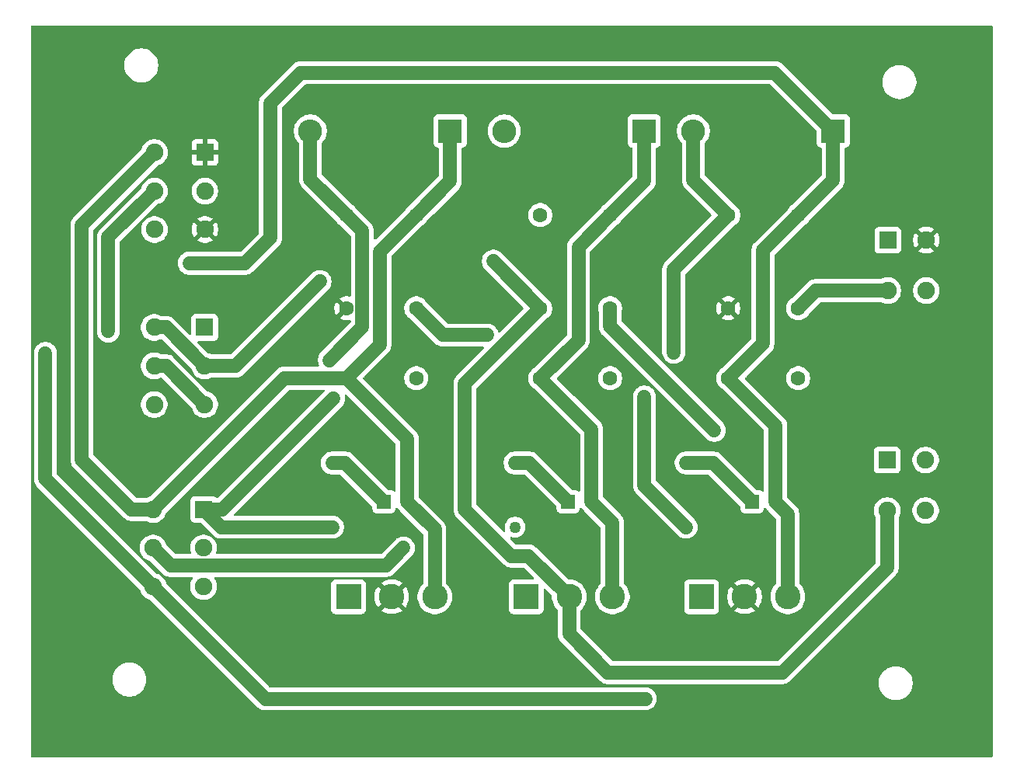
<source format=gbr>
%TF.GenerationSoftware,KiCad,Pcbnew,9.0.0*%
%TF.CreationDate,2025-05-05T23:55:40-07:00*%
%TF.ProjectId,Latchboard V9,4c617463-6862-46f6-9172-642056392e6b,rev?*%
%TF.SameCoordinates,Original*%
%TF.FileFunction,Copper,L1,Top*%
%TF.FilePolarity,Positive*%
%FSLAX46Y46*%
G04 Gerber Fmt 4.6, Leading zero omitted, Abs format (unit mm)*
G04 Created by KiCad (PCBNEW 9.0.0) date 2025-05-05 23:55:40*
%MOMM*%
%LPD*%
G01*
G04 APERTURE LIST*
%TA.AperFunction,ComponentPad*%
%ADD10R,1.900000X1.900000*%
%TD*%
%TA.AperFunction,ComponentPad*%
%ADD11C,1.900000*%
%TD*%
%TA.AperFunction,ComponentPad*%
%ADD12R,2.600000X2.600000*%
%TD*%
%TA.AperFunction,ComponentPad*%
%ADD13O,2.600000X2.600000*%
%TD*%
%TA.AperFunction,ComponentPad*%
%ADD14C,1.258000*%
%TD*%
%TA.AperFunction,ComponentPad*%
%ADD15R,2.775000X2.775000*%
%TD*%
%TA.AperFunction,ComponentPad*%
%ADD16C,2.775000*%
%TD*%
%TA.AperFunction,ComponentPad*%
%ADD17C,1.508000*%
%TD*%
%TA.AperFunction,ComponentPad*%
%ADD18R,1.508000X1.508000*%
%TD*%
%TA.AperFunction,ComponentPad*%
%ADD19C,1.600200*%
%TD*%
%TA.AperFunction,ViaPad*%
%ADD20C,1.500000*%
%TD*%
%TA.AperFunction,Conductor*%
%ADD21C,1.500000*%
%TD*%
G04 APERTURE END LIST*
D10*
%TO.P,J3,1,1*%
%TO.N,+12V*%
X65395750Y-63500000D03*
D11*
%TO.P,J3,2,2*%
%TO.N,IMD FAULT*%
X65395750Y-67700000D03*
%TO.P,J3,3,3*%
%TO.N,+12V*%
X65395750Y-71900000D03*
%TO.P,J3,4,4*%
%TO.N,/LED 1B*%
X59895750Y-63500000D03*
%TO.P,J3,5,5*%
%TO.N,/LED 2B*%
X59895750Y-67700000D03*
%TO.P,J3,6,6*%
%TO.N,/LED 3B*%
X59895750Y-71900000D03*
%TD*%
%TO.P,J1,4,4*%
%TO.N,/DEBUG 1A*%
X144010000Y-78550000D03*
%TO.P,J1,3,3*%
%TO.N,/DEBUG 3B*%
X139810000Y-78550000D03*
%TO.P,J1,2,2*%
%TO.N,+12V*%
X144010000Y-73050000D03*
D10*
%TO.P,J1,1,1*%
%TO.N,GND*%
X139810000Y-73050000D03*
%TD*%
%TO.P,J2,1,1*%
%TO.N,BSPD Fault*%
X139740000Y-97034250D03*
D11*
%TO.P,J2,2,2*%
%TO.N,unconnected-(J2-Pad2)*%
X143940000Y-97034250D03*
%TO.P,J2,3,3*%
%TO.N,IMD FAULT*%
X139740000Y-102534250D03*
%TO.P,J2,4,4*%
%TO.N,BMS FAULT*%
X143940000Y-102534250D03*
%TD*%
%TO.P,J4,6,6*%
%TO.N,/DEBUG 3B*%
X59870000Y-90970000D03*
%TO.P,J4,5,5*%
%TO.N,/DEBUG 2B*%
X59870000Y-86770000D03*
%TO.P,J4,4,4*%
%TO.N,/DEBUG 1B*%
X59870000Y-82570000D03*
%TO.P,J4,3,3*%
%TO.N,/DEBUG 2B*%
X65370000Y-90970000D03*
%TO.P,J4,2,2*%
%TO.N,/DEBUG 1B*%
X65370000Y-86770000D03*
D10*
%TO.P,J4,1,1*%
%TO.N,/DEBUG 1A*%
X65370000Y-82570000D03*
%TD*%
D11*
%TO.P,J5,6,6*%
%TO.N,/LED 3B*%
X59750000Y-110810000D03*
%TO.P,J5,5,5*%
%TO.N,/LED 2B*%
X59750000Y-106610000D03*
%TO.P,J5,4,4*%
%TO.N,/LED 1B*%
X59750000Y-102410000D03*
%TO.P,J5,3,3*%
%TO.N,BMS FAULT*%
X65250000Y-110810000D03*
%TO.P,J5,2,2*%
%TO.N,GND*%
X65250000Y-106610000D03*
D10*
%TO.P,J5,1,1*%
%TO.N,BSPD Fault*%
X65250000Y-102410000D03*
%TD*%
D12*
%TO.P,D2,1,K*%
%TO.N,/LED 2B*%
X113260000Y-61160000D03*
D13*
%TO.P,D2,2,A*%
%TO.N,GND*%
X98020000Y-61160000D03*
%TD*%
D14*
%TO.P,R1,1*%
%TO.N,BSPD Fault*%
X79290000Y-104338500D03*
%TO.P,R1,2*%
%TO.N,Net-(LED1-PadC)*%
X79290000Y-97338500D03*
%TD*%
D15*
%TO.P,S3,1,1*%
%TO.N,unconnected-(S3-Pad1)*%
X119510000Y-111924250D03*
D16*
%TO.P,S3,2,2*%
%TO.N,+12V*%
X124210000Y-111924250D03*
%TO.P,S3,3,3*%
%TO.N,/LED 3B*%
X128910000Y-111924250D03*
%TD*%
D12*
%TO.P,D1,1,K*%
%TO.N,/LED 1B*%
X92120000Y-61160000D03*
D13*
%TO.P,D1,2,A*%
%TO.N,BSPD Fault*%
X76880000Y-61160000D03*
%TD*%
D17*
%TO.P,LED3,A,A*%
%TO.N,/LED 3B*%
X127570000Y-101580000D03*
D18*
%TO.P,LED3,C,C*%
%TO.N,Net-(LED3-PadC)*%
X125030000Y-101580000D03*
%TD*%
D12*
%TO.P,D3,1,K*%
%TO.N,/LED 3B*%
X133860000Y-61160000D03*
D13*
%TO.P,D3,2,A*%
%TO.N,BMS FAULT*%
X118620000Y-61160000D03*
%TD*%
D17*
%TO.P,LED1,A,A*%
%TO.N,/LED 1B*%
X87450000Y-101580000D03*
D18*
%TO.P,LED1,C,C*%
%TO.N,Net-(LED1-PadC)*%
X84910000Y-101580000D03*
%TD*%
D14*
%TO.P,R2,1*%
%TO.N,GND*%
X99190000Y-104338500D03*
%TO.P,R2,2*%
%TO.N,Net-(LED2-PadC)*%
X99190000Y-97338500D03*
%TD*%
D19*
%TO.P,K3,1,1*%
%TO.N,BMS FAULT*%
X122430000Y-70320000D03*
%TO.P,K3,3,3*%
%TO.N,+12V*%
X122430000Y-80480000D03*
%TO.P,K3,4,4*%
%TO.N,/LED 3B*%
X122430000Y-88100000D03*
%TO.P,K3,5,5*%
%TO.N,/DEBUG 2B*%
X130050000Y-88100000D03*
%TO.P,K3,6,6*%
%TO.N,/DEBUG 3B*%
X130050000Y-80480000D03*
%TO.P,K3,8,8*%
%TO.N,/LED 3B*%
X130050000Y-70320000D03*
%TD*%
%TO.P,K2,1,1*%
%TO.N,GND*%
X101940000Y-70320000D03*
%TO.P,K2,3,3*%
%TO.N,IMD FAULT*%
X101940000Y-80480000D03*
%TO.P,K2,4,4*%
%TO.N,/LED 2B*%
X101940000Y-88100000D03*
%TO.P,K2,5,5*%
%TO.N,/DEBUG 1B*%
X109560000Y-88100000D03*
%TO.P,K2,6,6*%
%TO.N,/DEBUG 2B*%
X109560000Y-80480000D03*
%TO.P,K2,8,8*%
%TO.N,/LED 2B*%
X109560000Y-70320000D03*
%TD*%
%TO.P,K1,1,1*%
%TO.N,BSPD Fault*%
X80800000Y-70320000D03*
%TO.P,K1,3,3*%
%TO.N,+12V*%
X80800000Y-80480000D03*
%TO.P,K1,4,4*%
%TO.N,/LED 1B*%
X80800000Y-88100000D03*
%TO.P,K1,5,5*%
%TO.N,/DEBUG 1A*%
X88420000Y-88100000D03*
%TO.P,K1,6,6*%
%TO.N,/DEBUG 1B*%
X88420000Y-80480000D03*
%TO.P,K1,8,8*%
%TO.N,/LED 1B*%
X88420000Y-70320000D03*
%TD*%
D14*
%TO.P,R3,1*%
%TO.N,BMS FAULT*%
X117840000Y-104338500D03*
%TO.P,R3,2*%
%TO.N,Net-(LED3-PadC)*%
X117840000Y-97338500D03*
%TD*%
D17*
%TO.P,LED2,A,A*%
%TO.N,/LED 2B*%
X107520000Y-101580000D03*
D18*
%TO.P,LED2,C,C*%
%TO.N,Net-(LED2-PadC)*%
X104980000Y-101580000D03*
%TD*%
D15*
%TO.P,S2,1,1*%
%TO.N,unconnected-(S2-Pad1)*%
X100400000Y-111924250D03*
D16*
%TO.P,S2,2,2*%
%TO.N,IMD FAULT*%
X105100000Y-111924250D03*
%TO.P,S2,3,3*%
%TO.N,/LED 2B*%
X109800000Y-111924250D03*
%TD*%
D15*
%TO.P,S1,1,1*%
%TO.N,unconnected-(S1-Pad1)*%
X81050000Y-111924250D03*
D16*
%TO.P,S1,2,2*%
%TO.N,+12V*%
X85750000Y-111924250D03*
%TO.P,S1,3,3*%
%TO.N,/LED 1B*%
X90450000Y-111924250D03*
%TD*%
D20*
%TO.N,BSPD Fault*%
X79400000Y-90320000D03*
X78960000Y-86130000D03*
%TO.N,/LED 2B*%
X87020000Y-106600000D03*
%TO.N,/LED 3B*%
X113390000Y-123060000D03*
X63700000Y-75570000D03*
%TO.N,IMD FAULT*%
X96830000Y-75350000D03*
%TO.N,BMS FAULT*%
X113280000Y-90150000D03*
X116490000Y-85290000D03*
%TO.N,/DEBUG 2B*%
X120900000Y-93790000D03*
%TO.N,/DEBUG 1B*%
X96160000Y-83410000D03*
X77940000Y-77560000D03*
%TO.N,/LED 2B*%
X54860000Y-82970000D03*
%TO.N,/LED 3B*%
X48010000Y-85400000D03*
%TD*%
D21*
%TO.N,BSPD Fault*%
X79400000Y-90320000D02*
X67310000Y-102410000D01*
X67310000Y-102410000D02*
X65250000Y-102410000D01*
X82551100Y-82538900D02*
X78960000Y-86130000D01*
X82551100Y-72071100D02*
X82551100Y-82538900D01*
X80800000Y-70320000D02*
X82551100Y-72071100D01*
X79290000Y-104338500D02*
X67178500Y-104338500D01*
%TO.N,/LED 2B*%
X85109000Y-108511000D02*
X87020000Y-106600000D01*
X59750000Y-106610000D02*
X61651000Y-108511000D01*
X61651000Y-108511000D02*
X85109000Y-108511000D01*
%TO.N,/LED 3B*%
X72000000Y-123060000D02*
X113390000Y-123060000D01*
X59750000Y-110810000D02*
X72000000Y-123060000D01*
X63700000Y-75570000D02*
X69770000Y-75570000D01*
X69770000Y-75570000D02*
X72530000Y-72810000D01*
X72530000Y-72810000D02*
X72530000Y-58120000D01*
X72530000Y-58120000D02*
X75840000Y-54810000D01*
X75840000Y-54810000D02*
X127510000Y-54810000D01*
X127510000Y-54810000D02*
X133860000Y-61160000D01*
%TO.N,IMD FAULT*%
X96830000Y-75350000D02*
X96830000Y-75370000D01*
X96830000Y-75370000D02*
X101940000Y-80480000D01*
%TO.N,BMS FAULT*%
X122430000Y-70320000D02*
X116490000Y-76260000D01*
X116490000Y-76260000D02*
X116490000Y-85290000D01*
X113280000Y-90150000D02*
X113280000Y-99778500D01*
X113280000Y-99778500D02*
X117840000Y-104338500D01*
%TO.N,/DEBUG 2B*%
X109560000Y-82450000D02*
X120900000Y-93790000D01*
X109560000Y-80480000D02*
X109560000Y-82450000D01*
%TO.N,/DEBUG 1B*%
X96160000Y-83410000D02*
X91350000Y-83410000D01*
X91350000Y-83410000D02*
X88420000Y-80480000D01*
X68730000Y-86770000D02*
X77940000Y-77560000D01*
X65370000Y-86770000D02*
X68730000Y-86770000D01*
%TO.N,/DEBUG 2B*%
X59870000Y-86770000D02*
X61170000Y-86770000D01*
X61170000Y-86770000D02*
X65370000Y-90970000D01*
%TO.N,/DEBUG 1B*%
X59870000Y-82570000D02*
X61170000Y-82570000D01*
X61170000Y-82570000D02*
X65370000Y-86770000D01*
%TO.N,/LED 2B*%
X54860000Y-82970000D02*
X54860000Y-72735750D01*
X54860000Y-72735750D02*
X59895750Y-67700000D01*
%TO.N,/LED 3B*%
X48010000Y-99070000D02*
X48010000Y-85400000D01*
X59750000Y-110810000D02*
X48010000Y-99070000D01*
%TO.N,/LED 1B*%
X51990000Y-71405750D02*
X51990000Y-96990000D01*
X59895750Y-63500000D02*
X51990000Y-71405750D01*
X51990000Y-96990000D02*
X57410000Y-102410000D01*
X57410000Y-102410000D02*
X59750000Y-102410000D01*
%TO.N,IMD FAULT*%
X101940000Y-80480000D02*
X93730000Y-88690000D01*
X93730000Y-88690000D02*
X93730000Y-102410000D01*
X93730000Y-102410000D02*
X98810000Y-107490000D01*
X98810000Y-107490000D02*
X100665750Y-107490000D01*
X100665750Y-107490000D02*
X105100000Y-111924250D01*
X139740000Y-108750000D02*
X128300000Y-120190000D01*
X109310000Y-120190000D02*
X105100000Y-115980000D01*
X139740000Y-102534250D02*
X139740000Y-108750000D01*
X105100000Y-115980000D02*
X105100000Y-111924250D01*
X128300000Y-120190000D02*
X109310000Y-120190000D01*
%TO.N,/LED 1B*%
X59750000Y-102410000D02*
X74060000Y-88100000D01*
X74060000Y-88100000D02*
X80800000Y-88100000D01*
%TO.N,/LED 3B*%
X122430000Y-88100000D02*
X127570000Y-93240000D01*
X127570000Y-93240000D02*
X127570000Y-101580000D01*
X128910000Y-111924250D02*
X128910000Y-102920000D01*
X128910000Y-102920000D02*
X127570000Y-101580000D01*
%TO.N,/LED 2B*%
X109800000Y-111924250D02*
X109800000Y-103860000D01*
X109800000Y-103860000D02*
X107520000Y-101580000D01*
%TO.N,/LED 1B*%
X90450000Y-111924250D02*
X90450000Y-104580000D01*
X90450000Y-104580000D02*
X87450000Y-101580000D01*
%TO.N,BSPD Fault*%
X67178500Y-104338500D02*
X65250000Y-102410000D01*
%TO.N,Net-(LED3-PadC)*%
X117840000Y-97338500D02*
X120788500Y-97338500D01*
X120788500Y-97338500D02*
X125030000Y-101580000D01*
%TO.N,Net-(LED1-PadC)*%
X79290000Y-97338500D02*
X80668500Y-97338500D01*
X80668500Y-97338500D02*
X84910000Y-101580000D01*
%TO.N,/LED 1B*%
X87450000Y-101580000D02*
X87450000Y-94750000D01*
X87450000Y-94750000D02*
X80800000Y-88100000D01*
%TO.N,/LED 2B*%
X107520000Y-101580000D02*
X107520000Y-93680000D01*
X107520000Y-93680000D02*
X101940000Y-88100000D01*
%TO.N,Net-(LED2-PadC)*%
X99190000Y-97338500D02*
X100738500Y-97338500D01*
X100738500Y-97338500D02*
X104980000Y-101580000D01*
%TO.N,/DEBUG 3B*%
X139810000Y-78550000D02*
X131980000Y-78550000D01*
X131980000Y-78550000D02*
X130050000Y-80480000D01*
%TO.N,/LED 1B*%
X80800000Y-88100000D02*
X84460000Y-84440000D01*
X84460000Y-84440000D02*
X84460000Y-74280000D01*
X84460000Y-74280000D02*
X88420000Y-70320000D01*
%TO.N,/LED 3B*%
X122430000Y-88100000D02*
X126200000Y-84330000D01*
X126200000Y-84330000D02*
X126200000Y-74170000D01*
X126200000Y-74170000D02*
X130050000Y-70320000D01*
%TO.N,/LED 2B*%
X109560000Y-70320000D02*
X106100000Y-73780000D01*
X106100000Y-73780000D02*
X106100000Y-83940000D01*
X106100000Y-83940000D02*
X101940000Y-88100000D01*
%TO.N,BMS FAULT*%
X118620000Y-61160000D02*
X118620000Y-66510000D01*
X118620000Y-66510000D02*
X122430000Y-70320000D01*
%TO.N,/LED 3B*%
X133860000Y-61160000D02*
X133860000Y-66510000D01*
X133860000Y-66510000D02*
X130050000Y-70320000D01*
%TO.N,/LED 1B*%
X92120000Y-61160000D02*
X92120000Y-66620000D01*
X92120000Y-66620000D02*
X88420000Y-70320000D01*
%TO.N,/LED 2B*%
X113260000Y-61160000D02*
X113260000Y-66620000D01*
X113260000Y-66620000D02*
X109560000Y-70320000D01*
%TO.N,BSPD Fault*%
X76880000Y-61160000D02*
X76880000Y-66400000D01*
X76880000Y-66400000D02*
X80800000Y-70320000D01*
%TD*%
%TA.AperFunction,Conductor*%
%TO.N,+12V*%
G36*
X151182539Y-49680185D02*
G01*
X151228294Y-49732989D01*
X151239500Y-49784500D01*
X151239500Y-129320500D01*
X151219815Y-129387539D01*
X151167011Y-129433294D01*
X151115500Y-129444500D01*
X46594500Y-129444500D01*
X46527461Y-129424815D01*
X46481706Y-129372011D01*
X46470500Y-129320500D01*
X46470500Y-120828711D01*
X55309500Y-120828711D01*
X55309500Y-121071288D01*
X55341161Y-121311785D01*
X55403947Y-121546104D01*
X55468434Y-121701789D01*
X55496776Y-121770212D01*
X55618064Y-121980289D01*
X55618066Y-121980292D01*
X55618067Y-121980293D01*
X55765733Y-122172736D01*
X55765739Y-122172743D01*
X55937256Y-122344260D01*
X55937262Y-122344265D01*
X56129711Y-122491936D01*
X56339788Y-122613224D01*
X56563900Y-122706054D01*
X56798211Y-122768838D01*
X56978586Y-122792584D01*
X57038711Y-122800500D01*
X57038712Y-122800500D01*
X57281289Y-122800500D01*
X57329388Y-122794167D01*
X57521789Y-122768838D01*
X57756100Y-122706054D01*
X57980212Y-122613224D01*
X58190289Y-122491936D01*
X58382738Y-122344265D01*
X58554265Y-122172738D01*
X58701936Y-121980289D01*
X58823224Y-121770212D01*
X58916054Y-121546100D01*
X58978838Y-121311789D01*
X59010500Y-121071288D01*
X59010500Y-120828712D01*
X58978838Y-120588211D01*
X58916054Y-120353900D01*
X58823224Y-120129788D01*
X58701936Y-119919711D01*
X58641018Y-119840321D01*
X58554266Y-119727263D01*
X58554260Y-119727256D01*
X58382743Y-119555739D01*
X58382736Y-119555733D01*
X58190293Y-119408067D01*
X58190292Y-119408066D01*
X58190289Y-119408064D01*
X57980212Y-119286776D01*
X57980205Y-119286773D01*
X57756104Y-119193947D01*
X57521785Y-119131161D01*
X57281289Y-119099500D01*
X57281288Y-119099500D01*
X57038712Y-119099500D01*
X57038711Y-119099500D01*
X56798214Y-119131161D01*
X56563895Y-119193947D01*
X56339794Y-119286773D01*
X56339785Y-119286777D01*
X56129706Y-119408067D01*
X55937263Y-119555733D01*
X55937256Y-119555739D01*
X55765739Y-119727256D01*
X55765733Y-119727263D01*
X55618067Y-119919706D01*
X55496777Y-120129785D01*
X55496773Y-120129794D01*
X55403947Y-120353895D01*
X55341161Y-120588214D01*
X55309500Y-120828711D01*
X46470500Y-120828711D01*
X46470500Y-85301577D01*
X46759500Y-85301577D01*
X46759500Y-99168422D01*
X46790290Y-99362826D01*
X46851117Y-99550030D01*
X46917383Y-99680083D01*
X46940476Y-99725405D01*
X47056172Y-99884646D01*
X47056174Y-99884648D01*
X58320916Y-111149390D01*
X58351166Y-111198752D01*
X58405770Y-111366803D01*
X58501728Y-111555129D01*
X58509421Y-111570228D01*
X58643621Y-111754937D01*
X58805063Y-111916379D01*
X58989772Y-112050579D01*
X59193201Y-112154231D01*
X59361245Y-112208832D01*
X59410607Y-112239081D01*
X71185354Y-124013828D01*
X71344595Y-124129524D01*
X71427454Y-124171742D01*
X71519969Y-124218882D01*
X71519971Y-124218882D01*
X71519974Y-124218884D01*
X71620318Y-124251487D01*
X71707173Y-124279709D01*
X71901578Y-124310500D01*
X71901583Y-124310500D01*
X113488422Y-124310500D01*
X113682826Y-124279709D01*
X113870025Y-124218884D01*
X114045405Y-124129524D01*
X114204646Y-124013828D01*
X114343828Y-123874646D01*
X114459524Y-123715405D01*
X114548884Y-123540025D01*
X114609709Y-123352826D01*
X114635419Y-123190500D01*
X114640500Y-123158422D01*
X114640500Y-122961577D01*
X114609709Y-122767173D01*
X114559687Y-122613224D01*
X114548884Y-122579975D01*
X114548882Y-122579972D01*
X114548882Y-122579970D01*
X114459523Y-122404594D01*
X114343828Y-122245354D01*
X114204646Y-122106172D01*
X114045405Y-121990476D01*
X114025412Y-121980289D01*
X113870029Y-121901117D01*
X113682826Y-121840290D01*
X113488422Y-121809500D01*
X113488417Y-121809500D01*
X72569336Y-121809500D01*
X72502297Y-121789815D01*
X72481655Y-121773181D01*
X61179081Y-110470607D01*
X61148832Y-110421245D01*
X61094231Y-110253201D01*
X60990579Y-110049772D01*
X60856379Y-109865063D01*
X60694937Y-109703621D01*
X60510228Y-109569421D01*
X60306803Y-109465770D01*
X60138752Y-109411166D01*
X60089390Y-109380916D01*
X57204311Y-106495837D01*
X58299500Y-106495837D01*
X58299500Y-106724162D01*
X58335215Y-106949660D01*
X58405770Y-107166803D01*
X58509421Y-107370228D01*
X58643621Y-107554937D01*
X58805063Y-107716379D01*
X58989772Y-107850579D01*
X59193201Y-107954231D01*
X59361245Y-108008832D01*
X59410607Y-108039081D01*
X60836354Y-109464828D01*
X60995595Y-109580524D01*
X61170974Y-109669884D01*
X61170976Y-109669884D01*
X61170979Y-109669886D01*
X61170977Y-109669886D01*
X61255822Y-109697453D01*
X61255823Y-109697453D01*
X61306998Y-109714081D01*
X61358173Y-109730709D01*
X61552578Y-109761500D01*
X61552583Y-109761500D01*
X63975500Y-109761500D01*
X64042539Y-109781185D01*
X64088294Y-109833989D01*
X64098238Y-109903147D01*
X64075818Y-109958383D01*
X64045633Y-109999931D01*
X64009421Y-110049771D01*
X63905770Y-110253196D01*
X63835215Y-110470339D01*
X63799500Y-110695837D01*
X63799500Y-110924162D01*
X63835215Y-111149660D01*
X63905770Y-111366803D01*
X64001728Y-111555129D01*
X64009421Y-111570228D01*
X64143621Y-111754937D01*
X64305063Y-111916379D01*
X64489772Y-112050579D01*
X64585884Y-112099550D01*
X64693196Y-112154229D01*
X64693198Y-112154229D01*
X64693201Y-112154231D01*
X64809592Y-112192049D01*
X64910339Y-112224784D01*
X65135838Y-112260500D01*
X65135843Y-112260500D01*
X65364162Y-112260500D01*
X65589660Y-112224784D01*
X65806799Y-112154231D01*
X66010228Y-112050579D01*
X66194937Y-111916379D01*
X66356379Y-111754937D01*
X66490579Y-111570228D01*
X66594231Y-111366799D01*
X66664784Y-111149660D01*
X66671933Y-111104525D01*
X66700500Y-110924162D01*
X66700500Y-110695837D01*
X66670267Y-110504954D01*
X66667721Y-110488885D01*
X79162000Y-110488885D01*
X79162000Y-113359620D01*
X79162001Y-113359626D01*
X79168408Y-113419233D01*
X79218702Y-113554078D01*
X79218706Y-113554085D01*
X79304952Y-113669294D01*
X79304955Y-113669297D01*
X79420164Y-113755543D01*
X79420171Y-113755547D01*
X79555017Y-113805841D01*
X79555016Y-113805841D01*
X79561944Y-113806585D01*
X79614627Y-113812250D01*
X82485372Y-113812249D01*
X82544983Y-113805841D01*
X82679831Y-113755546D01*
X82795046Y-113669296D01*
X82881296Y-113554081D01*
X82931591Y-113419233D01*
X82938000Y-113359623D01*
X82937999Y-111800529D01*
X83862500Y-111800529D01*
X83862500Y-112047970D01*
X83894795Y-112293264D01*
X83894797Y-112293275D01*
X83958834Y-112532268D01*
X83958837Y-112532278D01*
X84053518Y-112760857D01*
X84053523Y-112760868D01*
X84177229Y-112975131D01*
X84177235Y-112975139D01*
X84250315Y-113070379D01*
X84941497Y-112379197D01*
X85031505Y-112513903D01*
X85160347Y-112642745D01*
X85295051Y-112732751D01*
X84603869Y-113423933D01*
X84699110Y-113497014D01*
X84699118Y-113497020D01*
X84913381Y-113620726D01*
X84913392Y-113620731D01*
X85141971Y-113715412D01*
X85141981Y-113715415D01*
X85380974Y-113779452D01*
X85380985Y-113779454D01*
X85626279Y-113811749D01*
X85626294Y-113811750D01*
X85873706Y-113811750D01*
X85873720Y-113811749D01*
X86119014Y-113779454D01*
X86119025Y-113779452D01*
X86358018Y-113715415D01*
X86358028Y-113715412D01*
X86586607Y-113620731D01*
X86586618Y-113620726D01*
X86800881Y-113497020D01*
X86800899Y-113497008D01*
X86896129Y-113423934D01*
X86896129Y-113423932D01*
X86204948Y-112732751D01*
X86339653Y-112642745D01*
X86468495Y-112513903D01*
X86558501Y-112379198D01*
X87249682Y-113070379D01*
X87249684Y-113070379D01*
X87322758Y-112975149D01*
X87322770Y-112975131D01*
X87446476Y-112760868D01*
X87446481Y-112760857D01*
X87541162Y-112532278D01*
X87541165Y-112532268D01*
X87605202Y-112293275D01*
X87605204Y-112293264D01*
X87637499Y-112047970D01*
X87637500Y-112047956D01*
X87637500Y-111800543D01*
X87637499Y-111800529D01*
X87605204Y-111555235D01*
X87605202Y-111555224D01*
X87541165Y-111316231D01*
X87541162Y-111316221D01*
X87446481Y-111087642D01*
X87446476Y-111087631D01*
X87322770Y-110873368D01*
X87322764Y-110873360D01*
X87249683Y-110778119D01*
X86558501Y-111469301D01*
X86468495Y-111334597D01*
X86339653Y-111205755D01*
X86204948Y-111115747D01*
X86896129Y-110424565D01*
X86800889Y-110351485D01*
X86800881Y-110351479D01*
X86586618Y-110227773D01*
X86586607Y-110227768D01*
X86358028Y-110133087D01*
X86358018Y-110133084D01*
X86119025Y-110069047D01*
X86119014Y-110069045D01*
X85873720Y-110036750D01*
X85626279Y-110036750D01*
X85380985Y-110069045D01*
X85380974Y-110069047D01*
X85141981Y-110133084D01*
X85141971Y-110133087D01*
X84913392Y-110227768D01*
X84913381Y-110227773D01*
X84699118Y-110351479D01*
X84699101Y-110351490D01*
X84603869Y-110424564D01*
X84603869Y-110424565D01*
X85295051Y-111115747D01*
X85160347Y-111205755D01*
X85031505Y-111334597D01*
X84941497Y-111469301D01*
X84250315Y-110778119D01*
X84250314Y-110778119D01*
X84177240Y-110873351D01*
X84177229Y-110873368D01*
X84053523Y-111087631D01*
X84053518Y-111087642D01*
X83958837Y-111316221D01*
X83958834Y-111316231D01*
X83894797Y-111555224D01*
X83894795Y-111555235D01*
X83862500Y-111800529D01*
X82937999Y-111800529D01*
X82937999Y-110488878D01*
X82937998Y-110488866D01*
X82937998Y-110488862D01*
X82937666Y-110485774D01*
X82937665Y-110485771D01*
X82931591Y-110429266D01*
X82881297Y-110294421D01*
X82881293Y-110294414D01*
X82795047Y-110179205D01*
X82795044Y-110179202D01*
X82679835Y-110092956D01*
X82679828Y-110092952D01*
X82544982Y-110042658D01*
X82544983Y-110042658D01*
X82485383Y-110036251D01*
X82485381Y-110036250D01*
X82485373Y-110036250D01*
X82485364Y-110036250D01*
X79614629Y-110036250D01*
X79614623Y-110036251D01*
X79555016Y-110042658D01*
X79420171Y-110092952D01*
X79420164Y-110092956D01*
X79304955Y-110179202D01*
X79304952Y-110179205D01*
X79218706Y-110294414D01*
X79218702Y-110294421D01*
X79168408Y-110429267D01*
X79162001Y-110488866D01*
X79162000Y-110488885D01*
X66667721Y-110488885D01*
X66664826Y-110470607D01*
X66664784Y-110470340D01*
X66594231Y-110253201D01*
X66594229Y-110253198D01*
X66594229Y-110253196D01*
X66500399Y-110069045D01*
X66490579Y-110049772D01*
X66424181Y-109958384D01*
X66400702Y-109892580D01*
X66416527Y-109824526D01*
X66466632Y-109775831D01*
X66524500Y-109761500D01*
X85207422Y-109761500D01*
X85401826Y-109730709D01*
X85589026Y-109669884D01*
X85764405Y-109580524D01*
X85923646Y-109464828D01*
X87973828Y-107414646D01*
X88089524Y-107255405D01*
X88178884Y-107080026D01*
X88239709Y-106892826D01*
X88270500Y-106698422D01*
X88270500Y-106501578D01*
X88239709Y-106307173D01*
X88178882Y-106119969D01*
X88089523Y-105944594D01*
X87973828Y-105785354D01*
X87834646Y-105646172D01*
X87675405Y-105530476D01*
X87500030Y-105441117D01*
X87312826Y-105380290D01*
X87118422Y-105349500D01*
X87118417Y-105349500D01*
X87118416Y-105349500D01*
X86921583Y-105349500D01*
X86921578Y-105349500D01*
X86727173Y-105380290D01*
X86539969Y-105441117D01*
X86364594Y-105530476D01*
X86284044Y-105589000D01*
X86205354Y-105646172D01*
X86205352Y-105646174D01*
X86205351Y-105646174D01*
X84627345Y-107224181D01*
X84566022Y-107257666D01*
X84539664Y-107260500D01*
X66734457Y-107260500D01*
X66667418Y-107240815D01*
X66621663Y-107188011D01*
X66611719Y-107118853D01*
X66616526Y-107098181D01*
X66664784Y-106949660D01*
X66700500Y-106724162D01*
X66700500Y-106495837D01*
X66664784Y-106270339D01*
X66594229Y-106053196D01*
X66490578Y-105849771D01*
X66443776Y-105785354D01*
X66356379Y-105665063D01*
X66194937Y-105503621D01*
X66010228Y-105369421D01*
X65971131Y-105349500D01*
X65806803Y-105265770D01*
X65589660Y-105195215D01*
X65364162Y-105159500D01*
X65364157Y-105159500D01*
X65135843Y-105159500D01*
X65135838Y-105159500D01*
X64910339Y-105195215D01*
X64693196Y-105265770D01*
X64489771Y-105369421D01*
X64305061Y-105503622D01*
X64143622Y-105665061D01*
X64009421Y-105849771D01*
X63905770Y-106053196D01*
X63835215Y-106270339D01*
X63799500Y-106495837D01*
X63799500Y-106724162D01*
X63835215Y-106949660D01*
X63883474Y-107098181D01*
X63885469Y-107168022D01*
X63849389Y-107227855D01*
X63786688Y-107258684D01*
X63765543Y-107260500D01*
X62220336Y-107260500D01*
X62153297Y-107240815D01*
X62132655Y-107224181D01*
X61179081Y-106270607D01*
X61148832Y-106221245D01*
X61094231Y-106053201D01*
X60990579Y-105849772D01*
X60856379Y-105665063D01*
X60694937Y-105503621D01*
X60510228Y-105369421D01*
X60471131Y-105349500D01*
X60306803Y-105265770D01*
X60089660Y-105195215D01*
X59864162Y-105159500D01*
X59864157Y-105159500D01*
X59635843Y-105159500D01*
X59635838Y-105159500D01*
X59410339Y-105195215D01*
X59193196Y-105265770D01*
X58989771Y-105369421D01*
X58805061Y-105503622D01*
X58643622Y-105665061D01*
X58509421Y-105849771D01*
X58405770Y-106053196D01*
X58335215Y-106270339D01*
X58299500Y-106495837D01*
X57204311Y-106495837D01*
X49296819Y-98588345D01*
X49263334Y-98527022D01*
X49260500Y-98500664D01*
X49260500Y-85301577D01*
X49229709Y-85107173D01*
X49201487Y-85020317D01*
X49168884Y-84919975D01*
X49168882Y-84919972D01*
X49168882Y-84919970D01*
X49121743Y-84827455D01*
X49079524Y-84744595D01*
X48963828Y-84585354D01*
X48824646Y-84446172D01*
X48665405Y-84330476D01*
X48490029Y-84241117D01*
X48302826Y-84180290D01*
X48108422Y-84149500D01*
X48108417Y-84149500D01*
X47911583Y-84149500D01*
X47911578Y-84149500D01*
X47717173Y-84180290D01*
X47529970Y-84241117D01*
X47354594Y-84330476D01*
X47263741Y-84396485D01*
X47195354Y-84446172D01*
X47195352Y-84446174D01*
X47195351Y-84446174D01*
X47056174Y-84585351D01*
X47056174Y-84585352D01*
X47056172Y-84585354D01*
X47048866Y-84595410D01*
X46940476Y-84744594D01*
X46851117Y-84919970D01*
X46790290Y-85107173D01*
X46759500Y-85301577D01*
X46470500Y-85301577D01*
X46470500Y-71307327D01*
X50739500Y-71307327D01*
X50739500Y-97088422D01*
X50770290Y-97282826D01*
X50831117Y-97470030D01*
X50892780Y-97591049D01*
X50920476Y-97645405D01*
X51036172Y-97804646D01*
X56595355Y-103363829D01*
X56617577Y-103379974D01*
X56754595Y-103479524D01*
X56837455Y-103521743D01*
X56929970Y-103568882D01*
X56929972Y-103568882D01*
X56929975Y-103568884D01*
X57030317Y-103601487D01*
X57117173Y-103629709D01*
X57311578Y-103660500D01*
X57311583Y-103660500D01*
X57311584Y-103660500D01*
X57508417Y-103660500D01*
X58979473Y-103660500D01*
X59035768Y-103674015D01*
X59193196Y-103754229D01*
X59193198Y-103754229D01*
X59193201Y-103754231D01*
X59256592Y-103774828D01*
X59410339Y-103824784D01*
X59635838Y-103860500D01*
X59635843Y-103860500D01*
X59864162Y-103860500D01*
X60089660Y-103824784D01*
X60306799Y-103754231D01*
X60510228Y-103650579D01*
X60694937Y-103516379D01*
X60856379Y-103354937D01*
X60990579Y-103170228D01*
X61094231Y-102966799D01*
X61148832Y-102798752D01*
X61179079Y-102749393D01*
X74541655Y-89386819D01*
X74602978Y-89353334D01*
X74629336Y-89350500D01*
X78301664Y-89350500D01*
X78368703Y-89370185D01*
X78414458Y-89422989D01*
X78424402Y-89492147D01*
X78395377Y-89555703D01*
X78389345Y-89562181D01*
X66828345Y-101123181D01*
X66801417Y-101137884D01*
X66775599Y-101154477D01*
X66769398Y-101155368D01*
X66767022Y-101156666D01*
X66740664Y-101159500D01*
X66662320Y-101159500D01*
X66595281Y-101139815D01*
X66563052Y-101109809D01*
X66557548Y-101102457D01*
X66557546Y-101102454D01*
X66508543Y-101065770D01*
X66442335Y-101016206D01*
X66442328Y-101016202D01*
X66307482Y-100965908D01*
X66307483Y-100965908D01*
X66247883Y-100959501D01*
X66247881Y-100959500D01*
X66247873Y-100959500D01*
X66247864Y-100959500D01*
X64252129Y-100959500D01*
X64252123Y-100959501D01*
X64192516Y-100965908D01*
X64057671Y-101016202D01*
X64057664Y-101016206D01*
X63942455Y-101102452D01*
X63942452Y-101102455D01*
X63856206Y-101217664D01*
X63856202Y-101217671D01*
X63805908Y-101352517D01*
X63799501Y-101412116D01*
X63799500Y-101412135D01*
X63799500Y-103407870D01*
X63799501Y-103407874D01*
X63805908Y-103467483D01*
X63856202Y-103602328D01*
X63856206Y-103602335D01*
X63942452Y-103717544D01*
X63942455Y-103717547D01*
X64057664Y-103803793D01*
X64057671Y-103803797D01*
X64102618Y-103820561D01*
X64192517Y-103854091D01*
X64252127Y-103860500D01*
X64880663Y-103860499D01*
X64947702Y-103880183D01*
X64968344Y-103896818D01*
X66363854Y-105292328D01*
X66523095Y-105408024D01*
X66588042Y-105441116D01*
X66698469Y-105497382D01*
X66698471Y-105497382D01*
X66698474Y-105497384D01*
X66798818Y-105529987D01*
X66885673Y-105558209D01*
X67080078Y-105589000D01*
X67080083Y-105589000D01*
X79388422Y-105589000D01*
X79582826Y-105558209D01*
X79598611Y-105553080D01*
X79770025Y-105497384D01*
X79945405Y-105408024D01*
X80104646Y-105292328D01*
X80243828Y-105153146D01*
X80359524Y-104993905D01*
X80448884Y-104818525D01*
X80509709Y-104631326D01*
X80514196Y-104602995D01*
X80540500Y-104436922D01*
X80540500Y-104240077D01*
X80509709Y-104045673D01*
X80463976Y-103904924D01*
X80448884Y-103858475D01*
X80448882Y-103858472D01*
X80448882Y-103858470D01*
X80377078Y-103717547D01*
X80359524Y-103683095D01*
X80243828Y-103523854D01*
X80104646Y-103384672D01*
X79945405Y-103268976D01*
X79770029Y-103179617D01*
X79582826Y-103118790D01*
X79388422Y-103088000D01*
X79388417Y-103088000D01*
X68699836Y-103088000D01*
X68632797Y-103068315D01*
X68587042Y-103015511D01*
X68577098Y-102946353D01*
X68606123Y-102882797D01*
X68612155Y-102876319D01*
X74442801Y-97045673D01*
X80353828Y-91134646D01*
X80469524Y-90975405D01*
X80558884Y-90800026D01*
X80619709Y-90612826D01*
X80650500Y-90418422D01*
X80650500Y-90221577D01*
X80619709Y-90027173D01*
X80616158Y-90016246D01*
X80614161Y-89946405D01*
X80650239Y-89886571D01*
X80712939Y-89855741D01*
X80782353Y-89863703D01*
X80821769Y-89890243D01*
X86163181Y-95231655D01*
X86196666Y-95292978D01*
X86199500Y-95319336D01*
X86199500Y-100353948D01*
X86179815Y-100420987D01*
X86127011Y-100466742D01*
X86057853Y-100476686D01*
X86001189Y-100453215D01*
X85975394Y-100433905D01*
X85906331Y-100382204D01*
X85906330Y-100382203D01*
X85906328Y-100382202D01*
X85771482Y-100331908D01*
X85771483Y-100331908D01*
X85711883Y-100325501D01*
X85711881Y-100325500D01*
X85711873Y-100325500D01*
X85711865Y-100325500D01*
X85475336Y-100325500D01*
X85408297Y-100305815D01*
X85387655Y-100289181D01*
X81483148Y-96384674D01*
X81483146Y-96384672D01*
X81323905Y-96268976D01*
X81148530Y-96179617D01*
X80961326Y-96118790D01*
X80766922Y-96088000D01*
X80766917Y-96088000D01*
X79191583Y-96088000D01*
X79191578Y-96088000D01*
X78997173Y-96118790D01*
X78809970Y-96179617D01*
X78634594Y-96268976D01*
X78543741Y-96334985D01*
X78475354Y-96384672D01*
X78475352Y-96384674D01*
X78475351Y-96384674D01*
X78336174Y-96523851D01*
X78336174Y-96523852D01*
X78336172Y-96523854D01*
X78286485Y-96592241D01*
X78220476Y-96683094D01*
X78131117Y-96858470D01*
X78070290Y-97045673D01*
X78039500Y-97240077D01*
X78039500Y-97436922D01*
X78070290Y-97631326D01*
X78131117Y-97818529D01*
X78212977Y-97979187D01*
X78220476Y-97993905D01*
X78336172Y-98153146D01*
X78475354Y-98292328D01*
X78634595Y-98408024D01*
X78673885Y-98428043D01*
X78809970Y-98497382D01*
X78809972Y-98497382D01*
X78809975Y-98497384D01*
X78901191Y-98527022D01*
X78997173Y-98558209D01*
X79191578Y-98589000D01*
X79191583Y-98589000D01*
X80099164Y-98589000D01*
X80166203Y-98608685D01*
X80186845Y-98625319D01*
X83619181Y-102057655D01*
X83652666Y-102118978D01*
X83655500Y-102145335D01*
X83655500Y-102381869D01*
X83655501Y-102381876D01*
X83661908Y-102441483D01*
X83712202Y-102576328D01*
X83712206Y-102576335D01*
X83798452Y-102691544D01*
X83798455Y-102691547D01*
X83913664Y-102777793D01*
X83913671Y-102777797D01*
X84048517Y-102828091D01*
X84048516Y-102828091D01*
X84055444Y-102828835D01*
X84108127Y-102834500D01*
X85711872Y-102834499D01*
X85771483Y-102828091D01*
X85906331Y-102777796D01*
X86021546Y-102691546D01*
X86107796Y-102576331D01*
X86158091Y-102441483D01*
X86164500Y-102381873D01*
X86164499Y-102326574D01*
X86184182Y-102259538D01*
X86236986Y-102213783D01*
X86306144Y-102203838D01*
X86369700Y-102232862D01*
X86388817Y-102253691D01*
X86493115Y-102397245D01*
X86493119Y-102397250D01*
X86493121Y-102397252D01*
X86632748Y-102536879D01*
X86645542Y-102546174D01*
X86660337Y-102558811D01*
X89163181Y-105061655D01*
X89196666Y-105122978D01*
X89199500Y-105149336D01*
X89199500Y-110453352D01*
X89179815Y-110520391D01*
X89163181Y-110541033D01*
X89027485Y-110676728D01*
X89027479Y-110676735D01*
X88876823Y-110873074D01*
X88876812Y-110873090D01*
X88753074Y-111087409D01*
X88753069Y-111087420D01*
X88658361Y-111316065D01*
X88594303Y-111555132D01*
X88562001Y-111800493D01*
X88562000Y-111800510D01*
X88562000Y-112047989D01*
X88562001Y-112048006D01*
X88594303Y-112293367D01*
X88658361Y-112532434D01*
X88753069Y-112761079D01*
X88753074Y-112761090D01*
X88876812Y-112975409D01*
X88876823Y-112975425D01*
X89027479Y-113171764D01*
X89027485Y-113171771D01*
X89202478Y-113346764D01*
X89202485Y-113346770D01*
X89296921Y-113419233D01*
X89398833Y-113497433D01*
X89398840Y-113497437D01*
X89613159Y-113621175D01*
X89613164Y-113621177D01*
X89613167Y-113621179D01*
X89841820Y-113715890D01*
X90080879Y-113779946D01*
X90326254Y-113812250D01*
X90326261Y-113812250D01*
X90573739Y-113812250D01*
X90573746Y-113812250D01*
X90819121Y-113779946D01*
X91058180Y-113715890D01*
X91286833Y-113621179D01*
X91501167Y-113497433D01*
X91697516Y-113346769D01*
X91872519Y-113171766D01*
X92023183Y-112975417D01*
X92146929Y-112761083D01*
X92241640Y-112532430D01*
X92305696Y-112293371D01*
X92338000Y-112047996D01*
X92338000Y-111800504D01*
X92305696Y-111555129D01*
X92241640Y-111316070D01*
X92146929Y-111087417D01*
X92146927Y-111087414D01*
X92146925Y-111087409D01*
X92023187Y-110873090D01*
X92023183Y-110873083D01*
X91872519Y-110676734D01*
X91872514Y-110676728D01*
X91736819Y-110541033D01*
X91703334Y-110479710D01*
X91700500Y-110453352D01*
X91700500Y-104481577D01*
X91669709Y-104287177D01*
X91669709Y-104287174D01*
X91657502Y-104249606D01*
X91657502Y-104249605D01*
X91608885Y-104099976D01*
X91608884Y-104099973D01*
X91519523Y-103924594D01*
X91505232Y-103904924D01*
X91403829Y-103765355D01*
X88736819Y-101098345D01*
X88703334Y-101037022D01*
X88700500Y-101010664D01*
X88700500Y-94651577D01*
X88669709Y-94457173D01*
X88630144Y-94335406D01*
X88608882Y-94269969D01*
X88519523Y-94094594D01*
X88510973Y-94082826D01*
X88403828Y-93935354D01*
X82656155Y-88187681D01*
X82651816Y-88179735D01*
X82644569Y-88174310D01*
X82635334Y-88149550D01*
X82622670Y-88126358D01*
X82623315Y-88117328D01*
X82620152Y-88108846D01*
X82625768Y-88083025D01*
X82627654Y-88056666D01*
X82633472Y-88047612D01*
X82635004Y-88040573D01*
X82656155Y-88012319D01*
X82670839Y-87997635D01*
X87119400Y-87997635D01*
X87119400Y-88202364D01*
X87151425Y-88404559D01*
X87214684Y-88599254D01*
X87214685Y-88599257D01*
X87307627Y-88781663D01*
X87427958Y-88947284D01*
X87572716Y-89092042D01*
X87738337Y-89212373D01*
X87827801Y-89257957D01*
X87920742Y-89305314D01*
X87920745Y-89305315D01*
X88013188Y-89335351D01*
X88115442Y-89368575D01*
X88209089Y-89383407D01*
X88317636Y-89400600D01*
X88317641Y-89400600D01*
X88522364Y-89400600D01*
X88620385Y-89385074D01*
X88724558Y-89368575D01*
X88919257Y-89305314D01*
X89101663Y-89212373D01*
X89267284Y-89092042D01*
X89412042Y-88947284D01*
X89532373Y-88781663D01*
X89625314Y-88599257D01*
X89688575Y-88404558D01*
X89717727Y-88220500D01*
X89720600Y-88202364D01*
X89720600Y-87997635D01*
X89695557Y-87839524D01*
X89688575Y-87795442D01*
X89625314Y-87600743D01*
X89625314Y-87600742D01*
X89532372Y-87418336D01*
X89465869Y-87326803D01*
X89412042Y-87252716D01*
X89267284Y-87107958D01*
X89101663Y-86987627D01*
X89067039Y-86969985D01*
X88919257Y-86894685D01*
X88919254Y-86894684D01*
X88724559Y-86831425D01*
X88522364Y-86799400D01*
X88522359Y-86799400D01*
X88317641Y-86799400D01*
X88317636Y-86799400D01*
X88115440Y-86831425D01*
X87920745Y-86894684D01*
X87920742Y-86894685D01*
X87738336Y-86987627D01*
X87643843Y-87056280D01*
X87572716Y-87107958D01*
X87572714Y-87107960D01*
X87572713Y-87107960D01*
X87427960Y-87252713D01*
X87427960Y-87252714D01*
X87427958Y-87252716D01*
X87376280Y-87323843D01*
X87307627Y-87418336D01*
X87214685Y-87600742D01*
X87214684Y-87600745D01*
X87151425Y-87795440D01*
X87119400Y-87997635D01*
X82670839Y-87997635D01*
X82763386Y-87905088D01*
X84058448Y-86610026D01*
X85413829Y-85254645D01*
X85529524Y-85095405D01*
X85618884Y-84920026D01*
X85679709Y-84732826D01*
X85703066Y-84585354D01*
X85710500Y-84538417D01*
X85710500Y-80377635D01*
X87119400Y-80377635D01*
X87119400Y-80582364D01*
X87151425Y-80784559D01*
X87214684Y-80979254D01*
X87214685Y-80979257D01*
X87304342Y-81155215D01*
X87307627Y-81161663D01*
X87427958Y-81327284D01*
X87572716Y-81472042D01*
X87738336Y-81592372D01*
X87738340Y-81592375D01*
X87738346Y-81592379D01*
X87772952Y-81610011D01*
X87804340Y-81632815D01*
X90535355Y-84363830D01*
X90535360Y-84363834D01*
X90674250Y-84464742D01*
X90694595Y-84479524D01*
X90869974Y-84568884D01*
X91035990Y-84622826D01*
X91057174Y-84629709D01*
X91089575Y-84634840D01*
X91251578Y-84660500D01*
X91251583Y-84660500D01*
X91251584Y-84660500D01*
X91448417Y-84660500D01*
X95691664Y-84660500D01*
X95758703Y-84680185D01*
X95804458Y-84732989D01*
X95814402Y-84802147D01*
X95785377Y-84865703D01*
X95779345Y-84872181D01*
X92776174Y-87875351D01*
X92776174Y-87875352D01*
X92776172Y-87875354D01*
X92737280Y-87928884D01*
X92660476Y-88034594D01*
X92570669Y-88210851D01*
X92569608Y-88214612D01*
X92510291Y-88397169D01*
X92510291Y-88397172D01*
X92479500Y-88591577D01*
X92479500Y-102508422D01*
X92510290Y-102702826D01*
X92571117Y-102890030D01*
X92660476Y-103065405D01*
X92776172Y-103224646D01*
X97995354Y-108443828D01*
X98154595Y-108559524D01*
X98237454Y-108601742D01*
X98329969Y-108648882D01*
X98329971Y-108648882D01*
X98329974Y-108648884D01*
X98430318Y-108681487D01*
X98517173Y-108709709D01*
X98711578Y-108740500D01*
X98711583Y-108740500D01*
X98711584Y-108740500D01*
X98908417Y-108740500D01*
X100096414Y-108740500D01*
X100163453Y-108760185D01*
X100184095Y-108776819D01*
X101231845Y-109824569D01*
X101265330Y-109885892D01*
X101260346Y-109955584D01*
X101218474Y-110011517D01*
X101153010Y-110035934D01*
X101144164Y-110036250D01*
X98964629Y-110036250D01*
X98964623Y-110036251D01*
X98905016Y-110042658D01*
X98770171Y-110092952D01*
X98770164Y-110092956D01*
X98654955Y-110179202D01*
X98654952Y-110179205D01*
X98568706Y-110294414D01*
X98568702Y-110294421D01*
X98518408Y-110429267D01*
X98512001Y-110488866D01*
X98512000Y-110488885D01*
X98512000Y-113359620D01*
X98512001Y-113359626D01*
X98518408Y-113419233D01*
X98568702Y-113554078D01*
X98568706Y-113554085D01*
X98654952Y-113669294D01*
X98654955Y-113669297D01*
X98770164Y-113755543D01*
X98770171Y-113755547D01*
X98905017Y-113805841D01*
X98905016Y-113805841D01*
X98911944Y-113806585D01*
X98964627Y-113812250D01*
X101835372Y-113812249D01*
X101894983Y-113805841D01*
X102029831Y-113755546D01*
X102145046Y-113669296D01*
X102231296Y-113554081D01*
X102281591Y-113419233D01*
X102288000Y-113359623D01*
X102287999Y-111180084D01*
X102307684Y-111113046D01*
X102360487Y-111067291D01*
X102429646Y-111057347D01*
X102493202Y-111086372D01*
X102499680Y-111092404D01*
X103175681Y-111768405D01*
X103209166Y-111829728D01*
X103212000Y-111856086D01*
X103212000Y-112047989D01*
X103212001Y-112048006D01*
X103244303Y-112293367D01*
X103308361Y-112532434D01*
X103403069Y-112761079D01*
X103403074Y-112761090D01*
X103526812Y-112975409D01*
X103526823Y-112975425D01*
X103677478Y-113171763D01*
X103677479Y-113171764D01*
X103677481Y-113171766D01*
X103813182Y-113307467D01*
X103846666Y-113368788D01*
X103849500Y-113395147D01*
X103849500Y-116078422D01*
X103880290Y-116272826D01*
X103941117Y-116460030D01*
X104030476Y-116635405D01*
X104146172Y-116794646D01*
X108495354Y-121143828D01*
X108654595Y-121259524D01*
X108737454Y-121301742D01*
X108829969Y-121348882D01*
X108829971Y-121348882D01*
X108829974Y-121348884D01*
X108930318Y-121381487D01*
X109017173Y-121409709D01*
X109211578Y-121440500D01*
X109211583Y-121440500D01*
X128398422Y-121440500D01*
X128592826Y-121409709D01*
X128780026Y-121348884D01*
X128955405Y-121259524D01*
X129011579Y-121218711D01*
X138829500Y-121218711D01*
X138829500Y-121461288D01*
X138861161Y-121701785D01*
X138923947Y-121936104D01*
X138942251Y-121980293D01*
X139016776Y-122160212D01*
X139138064Y-122370289D01*
X139138066Y-122370292D01*
X139138067Y-122370293D01*
X139285733Y-122562736D01*
X139285739Y-122562743D01*
X139457256Y-122734260D01*
X139457263Y-122734266D01*
X139543581Y-122800500D01*
X139649711Y-122881936D01*
X139859788Y-123003224D01*
X140083900Y-123096054D01*
X140318211Y-123158838D01*
X140498586Y-123182584D01*
X140558711Y-123190500D01*
X140558712Y-123190500D01*
X140801289Y-123190500D01*
X140849388Y-123184167D01*
X141041789Y-123158838D01*
X141276100Y-123096054D01*
X141500212Y-123003224D01*
X141710289Y-122881936D01*
X141902738Y-122734265D01*
X142074265Y-122562738D01*
X142221936Y-122370289D01*
X142343224Y-122160212D01*
X142436054Y-121936100D01*
X142498838Y-121701789D01*
X142530500Y-121461288D01*
X142530500Y-121218712D01*
X142498838Y-120978211D01*
X142436054Y-120743900D01*
X142343224Y-120519788D01*
X142221936Y-120309711D01*
X142074265Y-120117262D01*
X142074260Y-120117256D01*
X141902743Y-119945739D01*
X141902736Y-119945733D01*
X141710293Y-119798067D01*
X141710292Y-119798066D01*
X141710289Y-119798064D01*
X141500212Y-119676776D01*
X141500205Y-119676773D01*
X141276104Y-119583947D01*
X141041785Y-119521161D01*
X140801289Y-119489500D01*
X140801288Y-119489500D01*
X140558712Y-119489500D01*
X140558711Y-119489500D01*
X140318214Y-119521161D01*
X140083895Y-119583947D01*
X139859794Y-119676773D01*
X139859785Y-119676777D01*
X139649706Y-119798067D01*
X139457263Y-119945733D01*
X139457256Y-119945739D01*
X139285739Y-120117256D01*
X139285733Y-120117263D01*
X139138067Y-120309706D01*
X139016777Y-120519785D01*
X139016773Y-120519794D01*
X138923947Y-120743895D01*
X138861161Y-120978214D01*
X138829500Y-121218711D01*
X129011579Y-121218711D01*
X129114646Y-121143828D01*
X140693828Y-109564646D01*
X140809524Y-109405405D01*
X140898884Y-109230026D01*
X140959709Y-109042826D01*
X140990500Y-108848422D01*
X140990500Y-103304776D01*
X141004015Y-103248481D01*
X141084229Y-103091053D01*
X141084229Y-103091052D01*
X141084231Y-103091049D01*
X141154784Y-102873910D01*
X141163073Y-102821577D01*
X141190500Y-102648412D01*
X141190500Y-102420087D01*
X142489500Y-102420087D01*
X142489500Y-102648412D01*
X142525215Y-102873910D01*
X142595770Y-103091053D01*
X142698032Y-103291751D01*
X142699421Y-103294478D01*
X142833621Y-103479187D01*
X142995063Y-103640629D01*
X143179772Y-103774829D01*
X143236623Y-103803796D01*
X143383196Y-103878479D01*
X143383198Y-103878479D01*
X143383201Y-103878481D01*
X143464578Y-103904922D01*
X143600339Y-103949034D01*
X143825838Y-103984750D01*
X143825843Y-103984750D01*
X144054162Y-103984750D01*
X144279660Y-103949034D01*
X144496799Y-103878481D01*
X144700228Y-103774829D01*
X144884937Y-103640629D01*
X145046379Y-103479187D01*
X145180579Y-103294478D01*
X145284231Y-103091049D01*
X145354784Y-102873910D01*
X145363073Y-102821577D01*
X145390500Y-102648412D01*
X145390500Y-102420087D01*
X145354784Y-102194589D01*
X145284229Y-101977446D01*
X145180578Y-101774021D01*
X145111345Y-101678731D01*
X145046379Y-101589313D01*
X144884937Y-101427871D01*
X144700228Y-101293671D01*
X144496803Y-101190020D01*
X144279660Y-101119465D01*
X144054162Y-101083750D01*
X144054157Y-101083750D01*
X143825843Y-101083750D01*
X143825838Y-101083750D01*
X143600339Y-101119465D01*
X143383196Y-101190020D01*
X143179771Y-101293671D01*
X142995061Y-101427872D01*
X142833622Y-101589311D01*
X142699421Y-101774021D01*
X142595770Y-101977446D01*
X142525215Y-102194589D01*
X142489500Y-102420087D01*
X141190500Y-102420087D01*
X141154784Y-102194589D01*
X141084229Y-101977446D01*
X140980578Y-101774021D01*
X140911345Y-101678731D01*
X140846379Y-101589313D01*
X140684937Y-101427871D01*
X140500228Y-101293671D01*
X140296803Y-101190020D01*
X140079660Y-101119465D01*
X139854162Y-101083750D01*
X139854157Y-101083750D01*
X139625843Y-101083750D01*
X139625838Y-101083750D01*
X139400339Y-101119465D01*
X139183196Y-101190020D01*
X138979771Y-101293671D01*
X138795061Y-101427872D01*
X138633622Y-101589311D01*
X138499421Y-101774021D01*
X138395770Y-101977446D01*
X138325215Y-102194589D01*
X138289500Y-102420087D01*
X138289500Y-102648412D01*
X138325215Y-102873910D01*
X138395770Y-103091053D01*
X138475985Y-103248481D01*
X138489500Y-103304776D01*
X138489500Y-108180664D01*
X138469815Y-108247703D01*
X138453181Y-108268345D01*
X127818345Y-118903181D01*
X127757022Y-118936666D01*
X127730664Y-118939500D01*
X109879336Y-118939500D01*
X109812297Y-118919815D01*
X109791655Y-118903181D01*
X106386819Y-115498345D01*
X106353334Y-115437022D01*
X106350500Y-115410664D01*
X106350500Y-113395147D01*
X106370185Y-113328108D01*
X106386814Y-113307470D01*
X106522519Y-113171766D01*
X106673183Y-112975417D01*
X106796929Y-112761083D01*
X106891640Y-112532430D01*
X106955696Y-112293371D01*
X106988000Y-112047996D01*
X106988000Y-111800504D01*
X106955696Y-111555129D01*
X106891640Y-111316070D01*
X106796929Y-111087417D01*
X106796927Y-111087414D01*
X106796925Y-111087409D01*
X106673187Y-110873090D01*
X106673183Y-110873083D01*
X106522519Y-110676734D01*
X106522514Y-110676728D01*
X106347521Y-110501735D01*
X106347514Y-110501729D01*
X106151175Y-110351073D01*
X106151173Y-110351071D01*
X106151167Y-110351067D01*
X106151162Y-110351064D01*
X106151159Y-110351062D01*
X105936840Y-110227324D01*
X105936829Y-110227319D01*
X105708184Y-110132611D01*
X105469117Y-110068553D01*
X105223756Y-110036251D01*
X105223751Y-110036250D01*
X105223746Y-110036250D01*
X105223739Y-110036250D01*
X105031836Y-110036250D01*
X104964797Y-110016565D01*
X104944155Y-109999931D01*
X101480398Y-106536174D01*
X101480396Y-106536172D01*
X101321155Y-106420476D01*
X101145780Y-106331117D01*
X100958576Y-106270290D01*
X100764172Y-106239500D01*
X100764167Y-106239500D01*
X99379336Y-106239500D01*
X99312297Y-106219815D01*
X99291655Y-106203181D01*
X98702877Y-105614403D01*
X98669392Y-105553080D01*
X98674376Y-105483388D01*
X98716248Y-105427455D01*
X98781712Y-105403038D01*
X98828876Y-105408791D01*
X98882002Y-105426052D01*
X98925508Y-105440188D01*
X99101106Y-105468000D01*
X99101107Y-105468000D01*
X99278893Y-105468000D01*
X99278894Y-105468000D01*
X99454492Y-105440188D01*
X99623578Y-105385249D01*
X99781987Y-105304535D01*
X99862741Y-105245863D01*
X99925814Y-105200040D01*
X99925816Y-105200037D01*
X99925820Y-105200035D01*
X100051535Y-105074320D01*
X100051537Y-105074316D01*
X100051540Y-105074314D01*
X100109959Y-104993905D01*
X100156035Y-104930487D01*
X100236749Y-104772078D01*
X100291688Y-104602992D01*
X100319500Y-104427394D01*
X100319500Y-104249606D01*
X100291688Y-104074008D01*
X100236749Y-103904922D01*
X100156035Y-103746513D01*
X100134990Y-103717547D01*
X100051540Y-103602685D01*
X99925814Y-103476959D01*
X99781990Y-103372467D01*
X99781989Y-103372466D01*
X99781987Y-103372465D01*
X99649141Y-103304776D01*
X99623575Y-103291749D01*
X99454493Y-103236812D01*
X99366693Y-103222906D01*
X99278894Y-103209000D01*
X99101106Y-103209000D01*
X99042573Y-103218270D01*
X98925506Y-103236812D01*
X98756424Y-103291749D01*
X98598009Y-103372467D01*
X98454185Y-103476959D01*
X98328459Y-103602685D01*
X98223967Y-103746509D01*
X98143249Y-103904924D01*
X98088312Y-104074006D01*
X98060500Y-104249604D01*
X98060500Y-104427393D01*
X98088312Y-104602995D01*
X98119708Y-104699624D01*
X98121703Y-104769465D01*
X98085622Y-104829298D01*
X98022921Y-104860125D01*
X97953506Y-104852160D01*
X97914096Y-104825622D01*
X95016819Y-101928345D01*
X94983334Y-101867022D01*
X94980500Y-101840664D01*
X94980500Y-97240077D01*
X97939500Y-97240077D01*
X97939500Y-97436922D01*
X97970290Y-97631326D01*
X98031117Y-97818529D01*
X98112977Y-97979187D01*
X98120476Y-97993905D01*
X98236172Y-98153146D01*
X98375354Y-98292328D01*
X98534595Y-98408024D01*
X98573885Y-98428043D01*
X98709970Y-98497382D01*
X98709972Y-98497382D01*
X98709975Y-98497384D01*
X98801191Y-98527022D01*
X98897173Y-98558209D01*
X99091578Y-98589000D01*
X99091583Y-98589000D01*
X100169164Y-98589000D01*
X100236203Y-98608685D01*
X100256845Y-98625319D01*
X103689181Y-102057655D01*
X103722666Y-102118978D01*
X103725500Y-102145335D01*
X103725500Y-102381869D01*
X103725501Y-102381876D01*
X103731908Y-102441483D01*
X103782202Y-102576328D01*
X103782206Y-102576335D01*
X103868452Y-102691544D01*
X103868455Y-102691547D01*
X103983664Y-102777793D01*
X103983671Y-102777797D01*
X104118517Y-102828091D01*
X104118516Y-102828091D01*
X104125444Y-102828835D01*
X104178127Y-102834500D01*
X105781872Y-102834499D01*
X105841483Y-102828091D01*
X105976331Y-102777796D01*
X106091546Y-102691546D01*
X106177796Y-102576331D01*
X106228091Y-102441483D01*
X106234500Y-102381873D01*
X106234499Y-102326574D01*
X106254182Y-102259538D01*
X106306986Y-102213783D01*
X106376144Y-102203838D01*
X106439700Y-102232862D01*
X106458817Y-102253691D01*
X106563115Y-102397245D01*
X106563119Y-102397250D01*
X106563121Y-102397252D01*
X106702748Y-102536879D01*
X106715542Y-102546174D01*
X106730337Y-102558811D01*
X108513181Y-104341655D01*
X108546666Y-104402978D01*
X108549500Y-104429336D01*
X108549500Y-110453352D01*
X108529815Y-110520391D01*
X108513181Y-110541033D01*
X108377485Y-110676728D01*
X108377479Y-110676735D01*
X108226823Y-110873074D01*
X108226812Y-110873090D01*
X108103074Y-111087409D01*
X108103069Y-111087420D01*
X108008361Y-111316065D01*
X107944303Y-111555132D01*
X107912001Y-111800493D01*
X107912000Y-111800510D01*
X107912000Y-112047989D01*
X107912001Y-112048006D01*
X107944303Y-112293367D01*
X108008361Y-112532434D01*
X108103069Y-112761079D01*
X108103074Y-112761090D01*
X108226812Y-112975409D01*
X108226823Y-112975425D01*
X108377479Y-113171764D01*
X108377485Y-113171771D01*
X108552478Y-113346764D01*
X108552485Y-113346770D01*
X108646921Y-113419233D01*
X108748833Y-113497433D01*
X108748840Y-113497437D01*
X108963159Y-113621175D01*
X108963164Y-113621177D01*
X108963167Y-113621179D01*
X109191820Y-113715890D01*
X109430879Y-113779946D01*
X109676254Y-113812250D01*
X109676261Y-113812250D01*
X109923739Y-113812250D01*
X109923746Y-113812250D01*
X110169121Y-113779946D01*
X110408180Y-113715890D01*
X110636833Y-113621179D01*
X110851167Y-113497433D01*
X111047516Y-113346769D01*
X111222519Y-113171766D01*
X111373183Y-112975417D01*
X111496929Y-112761083D01*
X111591640Y-112532430D01*
X111655696Y-112293371D01*
X111688000Y-112047996D01*
X111688000Y-111800504D01*
X111655696Y-111555129D01*
X111591640Y-111316070D01*
X111496929Y-111087417D01*
X111496927Y-111087414D01*
X111496925Y-111087409D01*
X111373187Y-110873090D01*
X111373183Y-110873083D01*
X111222519Y-110676734D01*
X111222514Y-110676728D01*
X111086819Y-110541033D01*
X111058344Y-110488885D01*
X117622000Y-110488885D01*
X117622000Y-113359620D01*
X117622001Y-113359626D01*
X117628408Y-113419233D01*
X117678702Y-113554078D01*
X117678706Y-113554085D01*
X117764952Y-113669294D01*
X117764955Y-113669297D01*
X117880164Y-113755543D01*
X117880171Y-113755547D01*
X118015017Y-113805841D01*
X118015016Y-113805841D01*
X118021944Y-113806585D01*
X118074627Y-113812250D01*
X120945372Y-113812249D01*
X121004983Y-113805841D01*
X121139831Y-113755546D01*
X121255046Y-113669296D01*
X121341296Y-113554081D01*
X121391591Y-113419233D01*
X121398000Y-113359623D01*
X121397999Y-111800529D01*
X122322500Y-111800529D01*
X122322500Y-112047970D01*
X122354795Y-112293264D01*
X122354797Y-112293275D01*
X122418834Y-112532268D01*
X122418837Y-112532278D01*
X122513518Y-112760857D01*
X122513523Y-112760868D01*
X122637229Y-112975131D01*
X122637235Y-112975139D01*
X122710315Y-113070379D01*
X123401497Y-112379197D01*
X123491505Y-112513903D01*
X123620347Y-112642745D01*
X123755051Y-112732751D01*
X123063869Y-113423933D01*
X123159110Y-113497014D01*
X123159118Y-113497020D01*
X123373381Y-113620726D01*
X123373392Y-113620731D01*
X123601971Y-113715412D01*
X123601981Y-113715415D01*
X123840974Y-113779452D01*
X123840985Y-113779454D01*
X124086279Y-113811749D01*
X124086294Y-113811750D01*
X124333706Y-113811750D01*
X124333720Y-113811749D01*
X124579014Y-113779454D01*
X124579025Y-113779452D01*
X124818018Y-113715415D01*
X124818028Y-113715412D01*
X125046607Y-113620731D01*
X125046618Y-113620726D01*
X125260881Y-113497020D01*
X125260899Y-113497008D01*
X125356129Y-113423934D01*
X125356129Y-113423932D01*
X124664948Y-112732751D01*
X124799653Y-112642745D01*
X124928495Y-112513903D01*
X125018501Y-112379198D01*
X125709682Y-113070379D01*
X125709684Y-113070379D01*
X125782758Y-112975149D01*
X125782770Y-112975131D01*
X125906476Y-112760868D01*
X125906481Y-112760857D01*
X126001162Y-112532278D01*
X126001165Y-112532268D01*
X126065202Y-112293275D01*
X126065204Y-112293264D01*
X126097499Y-112047970D01*
X126097500Y-112047956D01*
X126097500Y-111800543D01*
X126097499Y-111800529D01*
X126065204Y-111555235D01*
X126065202Y-111555224D01*
X126001165Y-111316231D01*
X126001162Y-111316221D01*
X125906481Y-111087642D01*
X125906476Y-111087631D01*
X125782770Y-110873368D01*
X125782764Y-110873360D01*
X125709683Y-110778119D01*
X125018501Y-111469301D01*
X124928495Y-111334597D01*
X124799653Y-111205755D01*
X124664948Y-111115747D01*
X125356129Y-110424565D01*
X125260889Y-110351485D01*
X125260881Y-110351479D01*
X125046618Y-110227773D01*
X125046607Y-110227768D01*
X124818028Y-110133087D01*
X124818018Y-110133084D01*
X124579025Y-110069047D01*
X124579014Y-110069045D01*
X124333720Y-110036750D01*
X124086279Y-110036750D01*
X123840985Y-110069045D01*
X123840974Y-110069047D01*
X123601981Y-110133084D01*
X123601971Y-110133087D01*
X123373392Y-110227768D01*
X123373381Y-110227773D01*
X123159118Y-110351479D01*
X123159101Y-110351490D01*
X123063869Y-110424564D01*
X123063869Y-110424565D01*
X123755051Y-111115747D01*
X123620347Y-111205755D01*
X123491505Y-111334597D01*
X123401498Y-111469301D01*
X122710315Y-110778119D01*
X122710314Y-110778119D01*
X122637240Y-110873351D01*
X122637229Y-110873368D01*
X122513523Y-111087631D01*
X122513518Y-111087642D01*
X122418837Y-111316221D01*
X122418834Y-111316231D01*
X122354797Y-111555224D01*
X122354795Y-111555235D01*
X122322500Y-111800529D01*
X121397999Y-111800529D01*
X121397999Y-110488878D01*
X121397998Y-110488866D01*
X121397998Y-110488862D01*
X121397666Y-110485774D01*
X121397665Y-110485771D01*
X121391591Y-110429266D01*
X121341297Y-110294421D01*
X121341293Y-110294414D01*
X121255047Y-110179205D01*
X121255044Y-110179202D01*
X121139835Y-110092956D01*
X121139828Y-110092952D01*
X121004982Y-110042658D01*
X121004983Y-110042658D01*
X120945383Y-110036251D01*
X120945381Y-110036250D01*
X120945373Y-110036250D01*
X120945364Y-110036250D01*
X118074629Y-110036250D01*
X118074623Y-110036251D01*
X118015016Y-110042658D01*
X117880171Y-110092952D01*
X117880164Y-110092956D01*
X117764955Y-110179202D01*
X117764952Y-110179205D01*
X117678706Y-110294414D01*
X117678702Y-110294421D01*
X117628408Y-110429267D01*
X117622001Y-110488866D01*
X117622000Y-110488885D01*
X111058344Y-110488885D01*
X111053334Y-110479710D01*
X111050500Y-110453352D01*
X111050500Y-103761577D01*
X111019709Y-103567173D01*
X110967949Y-103407874D01*
X110967949Y-103407873D01*
X110958884Y-103379974D01*
X110869524Y-103204595D01*
X110753828Y-103045354D01*
X108806819Y-101098345D01*
X108773334Y-101037022D01*
X108770500Y-101010664D01*
X108770500Y-93581577D01*
X108739709Y-93387175D01*
X108723867Y-93338418D01*
X108723867Y-93338417D01*
X108714625Y-93309974D01*
X108678884Y-93199974D01*
X108589524Y-93024595D01*
X108473829Y-92865355D01*
X105660051Y-90051577D01*
X112029500Y-90051577D01*
X112029500Y-99876922D01*
X112060290Y-100071326D01*
X112121117Y-100258530D01*
X112184133Y-100382204D01*
X112210476Y-100433905D01*
X112326172Y-100593146D01*
X117025354Y-105292328D01*
X117184595Y-105408024D01*
X117249542Y-105441116D01*
X117359969Y-105497382D01*
X117359971Y-105497382D01*
X117359974Y-105497384D01*
X117460318Y-105529987D01*
X117547173Y-105558209D01*
X117741579Y-105589000D01*
X117741584Y-105589000D01*
X117938422Y-105589000D01*
X118132826Y-105558209D01*
X118148611Y-105553080D01*
X118320026Y-105497384D01*
X118495405Y-105408024D01*
X118654646Y-105292328D01*
X118793828Y-105153146D01*
X118909524Y-104993905D01*
X118998884Y-104818526D01*
X119059709Y-104631326D01*
X119064196Y-104602995D01*
X119090500Y-104436922D01*
X119090500Y-104240078D01*
X119059709Y-104045673D01*
X119020368Y-103924594D01*
X118998884Y-103858474D01*
X118998882Y-103858470D01*
X118998882Y-103858469D01*
X118945770Y-103754231D01*
X118909524Y-103683095D01*
X118793828Y-103523854D01*
X114566819Y-99296845D01*
X114533334Y-99235522D01*
X114530500Y-99209164D01*
X114530500Y-90051577D01*
X114499709Y-89857173D01*
X114438882Y-89669970D01*
X114388539Y-89571166D01*
X114349524Y-89494595D01*
X114233828Y-89335354D01*
X114094646Y-89196172D01*
X113935405Y-89080476D01*
X113760029Y-88991117D01*
X113572826Y-88930290D01*
X113378422Y-88899500D01*
X113378417Y-88899500D01*
X113181583Y-88899500D01*
X113181578Y-88899500D01*
X112987173Y-88930290D01*
X112799970Y-88991117D01*
X112624594Y-89080476D01*
X112533741Y-89146485D01*
X112465354Y-89196172D01*
X112465352Y-89196174D01*
X112465351Y-89196174D01*
X112326174Y-89335351D01*
X112326174Y-89335352D01*
X112326172Y-89335354D01*
X112300866Y-89370185D01*
X112210476Y-89494594D01*
X112121117Y-89669970D01*
X112060290Y-89857173D01*
X112029500Y-90051577D01*
X105660051Y-90051577D01*
X103796155Y-88187681D01*
X103791816Y-88179735D01*
X103784569Y-88174310D01*
X103775334Y-88149550D01*
X103762670Y-88126358D01*
X103763315Y-88117328D01*
X103760152Y-88108846D01*
X103765768Y-88083025D01*
X103767654Y-88056666D01*
X103773472Y-88047612D01*
X103775004Y-88040573D01*
X103796155Y-88012319D01*
X103810839Y-87997635D01*
X108259400Y-87997635D01*
X108259400Y-88202364D01*
X108291425Y-88404559D01*
X108354684Y-88599254D01*
X108354685Y-88599257D01*
X108447627Y-88781663D01*
X108567958Y-88947284D01*
X108712716Y-89092042D01*
X108878337Y-89212373D01*
X108967801Y-89257957D01*
X109060742Y-89305314D01*
X109060745Y-89305315D01*
X109153188Y-89335351D01*
X109255442Y-89368575D01*
X109349089Y-89383407D01*
X109457636Y-89400600D01*
X109457641Y-89400600D01*
X109662364Y-89400600D01*
X109760385Y-89385074D01*
X109864558Y-89368575D01*
X110059257Y-89305314D01*
X110241663Y-89212373D01*
X110407284Y-89092042D01*
X110552042Y-88947284D01*
X110672373Y-88781663D01*
X110765314Y-88599257D01*
X110828575Y-88404558D01*
X110857727Y-88220500D01*
X110860600Y-88202364D01*
X110860600Y-87997635D01*
X110835557Y-87839524D01*
X110828575Y-87795442D01*
X110765314Y-87600743D01*
X110765314Y-87600742D01*
X110672372Y-87418336D01*
X110605869Y-87326803D01*
X110552042Y-87252716D01*
X110407284Y-87107958D01*
X110241663Y-86987627D01*
X110207039Y-86969985D01*
X110059257Y-86894685D01*
X110059254Y-86894684D01*
X109864559Y-86831425D01*
X109662364Y-86799400D01*
X109662359Y-86799400D01*
X109457641Y-86799400D01*
X109457636Y-86799400D01*
X109255440Y-86831425D01*
X109060745Y-86894684D01*
X109060742Y-86894685D01*
X108878336Y-86987627D01*
X108783843Y-87056280D01*
X108712716Y-87107958D01*
X108712714Y-87107960D01*
X108712713Y-87107960D01*
X108567960Y-87252713D01*
X108567960Y-87252714D01*
X108567958Y-87252716D01*
X108516280Y-87323843D01*
X108447627Y-87418336D01*
X108354685Y-87600742D01*
X108354684Y-87600745D01*
X108291425Y-87795440D01*
X108259400Y-87997635D01*
X103810839Y-87997635D01*
X103903386Y-87905088D01*
X105448951Y-86359523D01*
X107053828Y-84754646D01*
X107122229Y-84660500D01*
X107169524Y-84595405D01*
X107258884Y-84420025D01*
X107313526Y-84251855D01*
X107313527Y-84251855D01*
X107313527Y-84251850D01*
X107319709Y-84232827D01*
X107350325Y-84039524D01*
X107350500Y-84038422D01*
X107350500Y-80377635D01*
X108259400Y-80377635D01*
X108259400Y-80582364D01*
X108291424Y-80784558D01*
X108303431Y-80821508D01*
X108309500Y-80859827D01*
X108309500Y-82548422D01*
X108340290Y-82742826D01*
X108401117Y-82930030D01*
X108471632Y-83068422D01*
X108490476Y-83105405D01*
X108606172Y-83264646D01*
X108606174Y-83264648D01*
X120085355Y-94743830D01*
X120085360Y-94743834D01*
X120224250Y-94844742D01*
X120244595Y-94859524D01*
X120356345Y-94916463D01*
X120419969Y-94948882D01*
X120419971Y-94948882D01*
X120419974Y-94948884D01*
X120520318Y-94981487D01*
X120607173Y-95009709D01*
X120801578Y-95040500D01*
X120801583Y-95040500D01*
X120998422Y-95040500D01*
X121192826Y-95009709D01*
X121380026Y-94948884D01*
X121555405Y-94859524D01*
X121714646Y-94743829D01*
X121853829Y-94604646D01*
X121969524Y-94445405D01*
X122058884Y-94270026D01*
X122119709Y-94082826D01*
X122150500Y-93888422D01*
X122150500Y-93691578D01*
X122119709Y-93497173D01*
X122068126Y-93338418D01*
X122058884Y-93309974D01*
X122058882Y-93309971D01*
X122058882Y-93309969D01*
X122002836Y-93199974D01*
X121969524Y-93134595D01*
X121889604Y-93024594D01*
X121853834Y-92975360D01*
X121853830Y-92975355D01*
X110846819Y-81968344D01*
X110813334Y-81907021D01*
X110810500Y-81880663D01*
X110810500Y-80859827D01*
X110816569Y-80821508D01*
X110828575Y-80784558D01*
X110860600Y-80582364D01*
X110860600Y-80377635D01*
X110828593Y-80175557D01*
X110828575Y-80175442D01*
X110785546Y-80043011D01*
X110765315Y-79980745D01*
X110765314Y-79980742D01*
X110706003Y-79864340D01*
X110672373Y-79798337D01*
X110552042Y-79632716D01*
X110407284Y-79487958D01*
X110241663Y-79367627D01*
X110207039Y-79349985D01*
X110059257Y-79274685D01*
X110059254Y-79274684D01*
X109864559Y-79211425D01*
X109662364Y-79179400D01*
X109662359Y-79179400D01*
X109457641Y-79179400D01*
X109457636Y-79179400D01*
X109255440Y-79211425D01*
X109060745Y-79274684D01*
X109060742Y-79274685D01*
X108878336Y-79367627D01*
X108783843Y-79436280D01*
X108712716Y-79487958D01*
X108712714Y-79487960D01*
X108712713Y-79487960D01*
X108567960Y-79632713D01*
X108567960Y-79632714D01*
X108567958Y-79632716D01*
X108550766Y-79656379D01*
X108447627Y-79798336D01*
X108354685Y-79980742D01*
X108354684Y-79980745D01*
X108291425Y-80175440D01*
X108259400Y-80377635D01*
X107350500Y-80377635D01*
X107350500Y-76161577D01*
X115239500Y-76161577D01*
X115239500Y-85388422D01*
X115270290Y-85582826D01*
X115331117Y-85770029D01*
X115420476Y-85945405D01*
X115536172Y-86104646D01*
X115675354Y-86243828D01*
X115834595Y-86359524D01*
X115917455Y-86401743D01*
X116009970Y-86448882D01*
X116009972Y-86448882D01*
X116009975Y-86448884D01*
X116110317Y-86481487D01*
X116197173Y-86509709D01*
X116391578Y-86540500D01*
X116391583Y-86540500D01*
X116588422Y-86540500D01*
X116782826Y-86509709D01*
X116970025Y-86448884D01*
X117145405Y-86359524D01*
X117304646Y-86243828D01*
X117443828Y-86104646D01*
X117559524Y-85945405D01*
X117648884Y-85770025D01*
X117709709Y-85582826D01*
X117714862Y-85550290D01*
X117740500Y-85388422D01*
X117740500Y-80377680D01*
X121129900Y-80377680D01*
X121129900Y-80582319D01*
X121161913Y-80784442D01*
X121161913Y-80784445D01*
X121225148Y-80979062D01*
X121318055Y-81161401D01*
X121350453Y-81205992D01*
X121350453Y-81205993D01*
X121909396Y-80647050D01*
X121921116Y-80690787D01*
X121993011Y-80815313D01*
X122094687Y-80916989D01*
X122219213Y-80988884D01*
X122262949Y-81000603D01*
X121704005Y-81559545D01*
X121748598Y-81591944D01*
X121930937Y-81684851D01*
X122125555Y-81748086D01*
X122327681Y-81780100D01*
X122532319Y-81780100D01*
X122734442Y-81748086D01*
X122734445Y-81748086D01*
X122929062Y-81684851D01*
X123111401Y-81591944D01*
X123155992Y-81559546D01*
X123155992Y-81559545D01*
X122597050Y-81000603D01*
X122640787Y-80988884D01*
X122765313Y-80916989D01*
X122866989Y-80815313D01*
X122938884Y-80690787D01*
X122950603Y-80647050D01*
X123509545Y-81205992D01*
X123509546Y-81205992D01*
X123541944Y-81161401D01*
X123634851Y-80979062D01*
X123698086Y-80784445D01*
X123698086Y-80784442D01*
X123730100Y-80582319D01*
X123730100Y-80377680D01*
X123698086Y-80175557D01*
X123698086Y-80175554D01*
X123634851Y-79980937D01*
X123541944Y-79798598D01*
X123509545Y-79754006D01*
X123509545Y-79754005D01*
X122950602Y-80312948D01*
X122938884Y-80269213D01*
X122866989Y-80144687D01*
X122765313Y-80043011D01*
X122640787Y-79971116D01*
X122597049Y-79959396D01*
X123155993Y-79400453D01*
X123111401Y-79368055D01*
X122929062Y-79275148D01*
X122734444Y-79211913D01*
X122532319Y-79179900D01*
X122327681Y-79179900D01*
X122125557Y-79211913D01*
X122125554Y-79211913D01*
X121930937Y-79275148D01*
X121748602Y-79368053D01*
X121704006Y-79400453D01*
X122262950Y-79959396D01*
X122219213Y-79971116D01*
X122094687Y-80043011D01*
X121993011Y-80144687D01*
X121921116Y-80269213D01*
X121909396Y-80312949D01*
X121350453Y-79754006D01*
X121318053Y-79798602D01*
X121225148Y-79980937D01*
X121161913Y-80175554D01*
X121161913Y-80175557D01*
X121129900Y-80377680D01*
X117740500Y-80377680D01*
X117740500Y-76829335D01*
X117760185Y-76762296D01*
X117776814Y-76741659D01*
X123045660Y-71472812D01*
X123077041Y-71450013D01*
X123111663Y-71432373D01*
X123277284Y-71312042D01*
X123422042Y-71167284D01*
X123542373Y-71001663D01*
X123635314Y-70819257D01*
X123698575Y-70624558D01*
X123720567Y-70485704D01*
X123730600Y-70422364D01*
X123730600Y-70217635D01*
X123711969Y-70100008D01*
X123698575Y-70015442D01*
X123635314Y-69820743D01*
X123635314Y-69820742D01*
X123560012Y-69672956D01*
X123542373Y-69638337D01*
X123422042Y-69472716D01*
X123277284Y-69327958D01*
X123111663Y-69207627D01*
X123111662Y-69207626D01*
X123111660Y-69207625D01*
X123077042Y-69189986D01*
X123045657Y-69167183D01*
X119906819Y-66028345D01*
X119873334Y-65967022D01*
X119870500Y-65940664D01*
X119870500Y-62507153D01*
X119890185Y-62440114D01*
X119906814Y-62419476D01*
X119976592Y-62349699D01*
X120120273Y-62162450D01*
X120238284Y-61958049D01*
X120328606Y-61739993D01*
X120389693Y-61512014D01*
X120420500Y-61278011D01*
X120420500Y-61041989D01*
X120389693Y-60807986D01*
X120328606Y-60580007D01*
X120238284Y-60361951D01*
X120238282Y-60361948D01*
X120238280Y-60361943D01*
X120196118Y-60288918D01*
X120120273Y-60157550D01*
X119976592Y-59970301D01*
X119976587Y-59970295D01*
X119809704Y-59803412D01*
X119809697Y-59803406D01*
X119622454Y-59659730D01*
X119622453Y-59659729D01*
X119622450Y-59659727D01*
X119540957Y-59612677D01*
X119418056Y-59541719D01*
X119418045Y-59541714D01*
X119199993Y-59451394D01*
X119068670Y-59416206D01*
X118972014Y-59390307D01*
X118972013Y-59390306D01*
X118972010Y-59390306D01*
X118738020Y-59359501D01*
X118738017Y-59359500D01*
X118738011Y-59359500D01*
X118501989Y-59359500D01*
X118501983Y-59359500D01*
X118501979Y-59359501D01*
X118267989Y-59390306D01*
X118040006Y-59451394D01*
X117821954Y-59541714D01*
X117821943Y-59541719D01*
X117617545Y-59659730D01*
X117430302Y-59803406D01*
X117430295Y-59803412D01*
X117263412Y-59970295D01*
X117263406Y-59970302D01*
X117119730Y-60157545D01*
X117001719Y-60361943D01*
X117001714Y-60361954D01*
X116911394Y-60580006D01*
X116850306Y-60807989D01*
X116819501Y-61041979D01*
X116819500Y-61041995D01*
X116819500Y-61278004D01*
X116819501Y-61278020D01*
X116850306Y-61512010D01*
X116911394Y-61739993D01*
X117001714Y-61958045D01*
X117001719Y-61958056D01*
X117058501Y-62056403D01*
X117119727Y-62162450D01*
X117119729Y-62162453D01*
X117119730Y-62162454D01*
X117263405Y-62349696D01*
X117263406Y-62349697D01*
X117263408Y-62349699D01*
X117333182Y-62419473D01*
X117366666Y-62480794D01*
X117369500Y-62507153D01*
X117369500Y-66608422D01*
X117400290Y-66802826D01*
X117461117Y-66990030D01*
X117550476Y-67165405D01*
X117666172Y-67324646D01*
X117666174Y-67324648D01*
X120573845Y-70232319D01*
X120607330Y-70293642D01*
X120602346Y-70363334D01*
X120573845Y-70407681D01*
X115536174Y-75445351D01*
X115536174Y-75445352D01*
X115536172Y-75445354D01*
X115486485Y-75513741D01*
X115420476Y-75604594D01*
X115331117Y-75779969D01*
X115316144Y-75826052D01*
X115308355Y-75850025D01*
X115304196Y-75862826D01*
X115270290Y-75967173D01*
X115239500Y-76161577D01*
X107350500Y-76161577D01*
X107350500Y-74349335D01*
X107370185Y-74282296D01*
X107386814Y-74261659D01*
X110175660Y-71472812D01*
X110207041Y-71450013D01*
X110241663Y-71432373D01*
X110407284Y-71312042D01*
X110552042Y-71167284D01*
X110672373Y-71001663D01*
X110690013Y-70967041D01*
X110712812Y-70935660D01*
X114213828Y-67434646D01*
X114329524Y-67275405D01*
X114418884Y-67100026D01*
X114479709Y-66912826D01*
X114484904Y-66880026D01*
X114510500Y-66718422D01*
X114510500Y-63082351D01*
X114530185Y-63015312D01*
X114582989Y-62969557D01*
X114621247Y-62959061D01*
X114667483Y-62954091D01*
X114802331Y-62903796D01*
X114917546Y-62817546D01*
X115003796Y-62702331D01*
X115054091Y-62567483D01*
X115060500Y-62507873D01*
X115060499Y-59812128D01*
X115054091Y-59752517D01*
X115003796Y-59617669D01*
X115003795Y-59617668D01*
X115003793Y-59617664D01*
X114917547Y-59502455D01*
X114917544Y-59502452D01*
X114802335Y-59416206D01*
X114802328Y-59416202D01*
X114667482Y-59365908D01*
X114667483Y-59365908D01*
X114607883Y-59359501D01*
X114607881Y-59359500D01*
X114607873Y-59359500D01*
X114607864Y-59359500D01*
X111912129Y-59359500D01*
X111912123Y-59359501D01*
X111852516Y-59365908D01*
X111717671Y-59416202D01*
X111717664Y-59416206D01*
X111602455Y-59502452D01*
X111602452Y-59502455D01*
X111516206Y-59617664D01*
X111516202Y-59617671D01*
X111465908Y-59752517D01*
X111460437Y-59803408D01*
X111459501Y-59812123D01*
X111459500Y-59812135D01*
X111459500Y-62507870D01*
X111459501Y-62507876D01*
X111465908Y-62567483D01*
X111516202Y-62702328D01*
X111516206Y-62702335D01*
X111602452Y-62817544D01*
X111602455Y-62817547D01*
X111717664Y-62903793D01*
X111717671Y-62903797D01*
X111852516Y-62954091D01*
X111898757Y-62959063D01*
X111963307Y-62985801D01*
X112003155Y-63043194D01*
X112009500Y-63082352D01*
X112009500Y-66050663D01*
X111989815Y-66117702D01*
X111973181Y-66138344D01*
X108944341Y-69167183D01*
X108912959Y-69189985D01*
X108878338Y-69207626D01*
X108878333Y-69207629D01*
X108712719Y-69327955D01*
X108712713Y-69327960D01*
X108567960Y-69472713D01*
X108567955Y-69472719D01*
X108447629Y-69638333D01*
X108447626Y-69638338D01*
X108429985Y-69672959D01*
X108407183Y-69704341D01*
X105146174Y-72965351D01*
X105146172Y-72965354D01*
X105096485Y-73033741D01*
X105030476Y-73124594D01*
X104941114Y-73299976D01*
X104887381Y-73465350D01*
X104887382Y-73465351D01*
X104880290Y-73487178D01*
X104849500Y-73681577D01*
X104849500Y-83370663D01*
X104829815Y-83437702D01*
X104813181Y-83458344D01*
X101324341Y-86947183D01*
X101292959Y-86969985D01*
X101258338Y-86987626D01*
X101258333Y-86987629D01*
X101092719Y-87107955D01*
X101092713Y-87107960D01*
X100947960Y-87252713D01*
X100947960Y-87252714D01*
X100947958Y-87252716D01*
X100896280Y-87323843D01*
X100827627Y-87418336D01*
X100734685Y-87600742D01*
X100734684Y-87600745D01*
X100671425Y-87795440D01*
X100639400Y-87997635D01*
X100639400Y-88202364D01*
X100671425Y-88404559D01*
X100734684Y-88599254D01*
X100734685Y-88599257D01*
X100827627Y-88781663D01*
X100947958Y-88947284D01*
X101092716Y-89092042D01*
X101258337Y-89212373D01*
X101292957Y-89230013D01*
X101324342Y-89252816D01*
X106233181Y-94161655D01*
X106266666Y-94222978D01*
X106269500Y-94249336D01*
X106269500Y-100353948D01*
X106249815Y-100420987D01*
X106197011Y-100466742D01*
X106127853Y-100476686D01*
X106071189Y-100453215D01*
X106045394Y-100433905D01*
X105976331Y-100382204D01*
X105976330Y-100382203D01*
X105976328Y-100382202D01*
X105841482Y-100331908D01*
X105841483Y-100331908D01*
X105781883Y-100325501D01*
X105781881Y-100325500D01*
X105781873Y-100325500D01*
X105781865Y-100325500D01*
X105545336Y-100325500D01*
X105478297Y-100305815D01*
X105457655Y-100289181D01*
X101553148Y-96384674D01*
X101553146Y-96384672D01*
X101393905Y-96268976D01*
X101218530Y-96179617D01*
X101031326Y-96118790D01*
X100836922Y-96088000D01*
X100836917Y-96088000D01*
X99091583Y-96088000D01*
X99091578Y-96088000D01*
X98897173Y-96118790D01*
X98709970Y-96179617D01*
X98534594Y-96268976D01*
X98443741Y-96334985D01*
X98375354Y-96384672D01*
X98375352Y-96384674D01*
X98375351Y-96384674D01*
X98236174Y-96523851D01*
X98236174Y-96523852D01*
X98236172Y-96523854D01*
X98186485Y-96592241D01*
X98120476Y-96683094D01*
X98031117Y-96858470D01*
X97970290Y-97045673D01*
X97939500Y-97240077D01*
X94980500Y-97240077D01*
X94980500Y-89259335D01*
X95000185Y-89192296D01*
X95016814Y-89171659D01*
X102555660Y-81632812D01*
X102587041Y-81610013D01*
X102621663Y-81592373D01*
X102787284Y-81472042D01*
X102932042Y-81327284D01*
X103052373Y-81161663D01*
X103145314Y-80979257D01*
X103208575Y-80784558D01*
X103225074Y-80680385D01*
X103240600Y-80582364D01*
X103240600Y-80377635D01*
X103208593Y-80175557D01*
X103208575Y-80175442D01*
X103165546Y-80043011D01*
X103145315Y-79980745D01*
X103145314Y-79980742D01*
X103086003Y-79864340D01*
X103052373Y-79798337D01*
X102932042Y-79632716D01*
X102787284Y-79487958D01*
X102621663Y-79367627D01*
X102621662Y-79367626D01*
X102621660Y-79367625D01*
X102587042Y-79349986D01*
X102555657Y-79327183D01*
X97843866Y-74615392D01*
X97831229Y-74600596D01*
X97783830Y-74535357D01*
X97783825Y-74535351D01*
X97644648Y-74396174D01*
X97644646Y-74396172D01*
X97485405Y-74280476D01*
X97410549Y-74242335D01*
X97310029Y-74191117D01*
X97122826Y-74130290D01*
X96928422Y-74099500D01*
X96928417Y-74099500D01*
X96731583Y-74099500D01*
X96731578Y-74099500D01*
X96537173Y-74130290D01*
X96349970Y-74191117D01*
X96174594Y-74280476D01*
X96124784Y-74316666D01*
X96015354Y-74396172D01*
X96015352Y-74396174D01*
X96015351Y-74396174D01*
X95876174Y-74535351D01*
X95876174Y-74535352D01*
X95876172Y-74535354D01*
X95876170Y-74535357D01*
X95760476Y-74694594D01*
X95671117Y-74869970D01*
X95610290Y-75057173D01*
X95579500Y-75251577D01*
X95579500Y-75468422D01*
X95610290Y-75662826D01*
X95671117Y-75850030D01*
X95730805Y-75967173D01*
X95760476Y-76025405D01*
X95876172Y-76184646D01*
X95876174Y-76184648D01*
X100083844Y-80392318D01*
X100117329Y-80453641D01*
X100112345Y-80523333D01*
X100083844Y-80567680D01*
X97560715Y-83090809D01*
X97499392Y-83124294D01*
X97429700Y-83119310D01*
X97373767Y-83077438D01*
X97355103Y-83041446D01*
X97318884Y-82929975D01*
X97229524Y-82754595D01*
X97113828Y-82595354D01*
X96974646Y-82456172D01*
X96815405Y-82340476D01*
X96640029Y-82251117D01*
X96452826Y-82190290D01*
X96258422Y-82159500D01*
X96258417Y-82159500D01*
X91919337Y-82159500D01*
X91852298Y-82139815D01*
X91831656Y-82123181D01*
X89572815Y-79864340D01*
X89550011Y-79832952D01*
X89532379Y-79798346D01*
X89532375Y-79798340D01*
X89526736Y-79790579D01*
X89412042Y-79632716D01*
X89267284Y-79487958D01*
X89101663Y-79367627D01*
X89067039Y-79349985D01*
X88919257Y-79274685D01*
X88919254Y-79274684D01*
X88724559Y-79211425D01*
X88522364Y-79179400D01*
X88522359Y-79179400D01*
X88317641Y-79179400D01*
X88317636Y-79179400D01*
X88115440Y-79211425D01*
X87920745Y-79274684D01*
X87920742Y-79274685D01*
X87738336Y-79367627D01*
X87643843Y-79436280D01*
X87572716Y-79487958D01*
X87572714Y-79487960D01*
X87572713Y-79487960D01*
X87427960Y-79632713D01*
X87427960Y-79632714D01*
X87427958Y-79632716D01*
X87410766Y-79656379D01*
X87307627Y-79798336D01*
X87214685Y-79980742D01*
X87214684Y-79980745D01*
X87151425Y-80175440D01*
X87119400Y-80377635D01*
X85710500Y-80377635D01*
X85710500Y-74849335D01*
X85730185Y-74782296D01*
X85746814Y-74761659D01*
X89035660Y-71472812D01*
X89067041Y-71450013D01*
X89101663Y-71432373D01*
X89267284Y-71312042D01*
X89412042Y-71167284D01*
X89532373Y-71001663D01*
X89550013Y-70967041D01*
X89572812Y-70935660D01*
X90290837Y-70217635D01*
X100639400Y-70217635D01*
X100639400Y-70422364D01*
X100671425Y-70624559D01*
X100734684Y-70819254D01*
X100734685Y-70819257D01*
X100827583Y-71001576D01*
X100827627Y-71001663D01*
X100947958Y-71167284D01*
X101092716Y-71312042D01*
X101258337Y-71432373D01*
X101347801Y-71477957D01*
X101440742Y-71525314D01*
X101440745Y-71525315D01*
X101505781Y-71546446D01*
X101635442Y-71588575D01*
X101729089Y-71603407D01*
X101837636Y-71620600D01*
X101837641Y-71620600D01*
X102042364Y-71620600D01*
X102140385Y-71605074D01*
X102244558Y-71588575D01*
X102439257Y-71525314D01*
X102621663Y-71432373D01*
X102787284Y-71312042D01*
X102932042Y-71167284D01*
X103052373Y-71001663D01*
X103145314Y-70819257D01*
X103208575Y-70624558D01*
X103230567Y-70485704D01*
X103240600Y-70422364D01*
X103240600Y-70217635D01*
X103221969Y-70100008D01*
X103208575Y-70015442D01*
X103145314Y-69820743D01*
X103145314Y-69820742D01*
X103070012Y-69672956D01*
X103052373Y-69638337D01*
X102932042Y-69472716D01*
X102787284Y-69327958D01*
X102621663Y-69207627D01*
X102587039Y-69189985D01*
X102439257Y-69114685D01*
X102439254Y-69114684D01*
X102244559Y-69051425D01*
X102042364Y-69019400D01*
X102042359Y-69019400D01*
X101837641Y-69019400D01*
X101837636Y-69019400D01*
X101635440Y-69051425D01*
X101440745Y-69114684D01*
X101440742Y-69114685D01*
X101258336Y-69207627D01*
X101163843Y-69276280D01*
X101092716Y-69327958D01*
X101092714Y-69327960D01*
X101092713Y-69327960D01*
X100947960Y-69472713D01*
X100947960Y-69472714D01*
X100947958Y-69472716D01*
X100947956Y-69472719D01*
X100827627Y-69638336D01*
X100734685Y-69820742D01*
X100734684Y-69820745D01*
X100671425Y-70015440D01*
X100639400Y-70217635D01*
X90290837Y-70217635D01*
X93073828Y-67434646D01*
X93189524Y-67275405D01*
X93278884Y-67100026D01*
X93339709Y-66912826D01*
X93344904Y-66880026D01*
X93370500Y-66718422D01*
X93370500Y-63082351D01*
X93390185Y-63015312D01*
X93442989Y-62969557D01*
X93481247Y-62959061D01*
X93527483Y-62954091D01*
X93662331Y-62903796D01*
X93777546Y-62817546D01*
X93863796Y-62702331D01*
X93914091Y-62567483D01*
X93920500Y-62507873D01*
X93920499Y-61041995D01*
X96219500Y-61041995D01*
X96219500Y-61278004D01*
X96219501Y-61278020D01*
X96250306Y-61512010D01*
X96311394Y-61739993D01*
X96401714Y-61958045D01*
X96401719Y-61958056D01*
X96458501Y-62056403D01*
X96519727Y-62162450D01*
X96519729Y-62162453D01*
X96519730Y-62162454D01*
X96663406Y-62349697D01*
X96663412Y-62349704D01*
X96830295Y-62516587D01*
X96830302Y-62516593D01*
X96902167Y-62571737D01*
X97017550Y-62660273D01*
X97090397Y-62702331D01*
X97221943Y-62778280D01*
X97221948Y-62778282D01*
X97221951Y-62778284D01*
X97440007Y-62868606D01*
X97667986Y-62929693D01*
X97901989Y-62960500D01*
X97901996Y-62960500D01*
X98138004Y-62960500D01*
X98138011Y-62960500D01*
X98372014Y-62929693D01*
X98599993Y-62868606D01*
X98818049Y-62778284D01*
X99022450Y-62660273D01*
X99209699Y-62516592D01*
X99376592Y-62349699D01*
X99520273Y-62162450D01*
X99638284Y-61958049D01*
X99728606Y-61739993D01*
X99789693Y-61512014D01*
X99820500Y-61278011D01*
X99820500Y-61041989D01*
X99789693Y-60807986D01*
X99728606Y-60580007D01*
X99638284Y-60361951D01*
X99638282Y-60361948D01*
X99638280Y-60361943D01*
X99596118Y-60288918D01*
X99520273Y-60157550D01*
X99376592Y-59970301D01*
X99376587Y-59970295D01*
X99209704Y-59803412D01*
X99209697Y-59803406D01*
X99022454Y-59659730D01*
X99022453Y-59659729D01*
X99022450Y-59659727D01*
X98940957Y-59612677D01*
X98818056Y-59541719D01*
X98818045Y-59541714D01*
X98599993Y-59451394D01*
X98468670Y-59416206D01*
X98372014Y-59390307D01*
X98372013Y-59390306D01*
X98372010Y-59390306D01*
X98138020Y-59359501D01*
X98138017Y-59359500D01*
X98138011Y-59359500D01*
X97901989Y-59359500D01*
X97901983Y-59359500D01*
X97901979Y-59359501D01*
X97667989Y-59390306D01*
X97440006Y-59451394D01*
X97221954Y-59541714D01*
X97221943Y-59541719D01*
X97017545Y-59659730D01*
X96830302Y-59803406D01*
X96830295Y-59803412D01*
X96663412Y-59970295D01*
X96663406Y-59970302D01*
X96519730Y-60157545D01*
X96401719Y-60361943D01*
X96401714Y-60361954D01*
X96311394Y-60580006D01*
X96250306Y-60807989D01*
X96219501Y-61041979D01*
X96219500Y-61041995D01*
X93920499Y-61041995D01*
X93920499Y-59812128D01*
X93914091Y-59752517D01*
X93863796Y-59617669D01*
X93863795Y-59617668D01*
X93863793Y-59617664D01*
X93777547Y-59502455D01*
X93777544Y-59502452D01*
X93662335Y-59416206D01*
X93662328Y-59416202D01*
X93527482Y-59365908D01*
X93527483Y-59365908D01*
X93467883Y-59359501D01*
X93467881Y-59359500D01*
X93467873Y-59359500D01*
X93467864Y-59359500D01*
X90772129Y-59359500D01*
X90772123Y-59359501D01*
X90712516Y-59365908D01*
X90577671Y-59416202D01*
X90577664Y-59416206D01*
X90462455Y-59502452D01*
X90462452Y-59502455D01*
X90376206Y-59617664D01*
X90376202Y-59617671D01*
X90325908Y-59752517D01*
X90320437Y-59803408D01*
X90319501Y-59812123D01*
X90319500Y-59812135D01*
X90319500Y-62507870D01*
X90319501Y-62507876D01*
X90325908Y-62567483D01*
X90376202Y-62702328D01*
X90376206Y-62702335D01*
X90462452Y-62817544D01*
X90462455Y-62817547D01*
X90577664Y-62903793D01*
X90577671Y-62903797D01*
X90712516Y-62954091D01*
X90758757Y-62959063D01*
X90823307Y-62985801D01*
X90863155Y-63043194D01*
X90869500Y-63082352D01*
X90869500Y-66050663D01*
X90849815Y-66117702D01*
X90833181Y-66138344D01*
X87804341Y-69167183D01*
X87772959Y-69189985D01*
X87738338Y-69207626D01*
X87738333Y-69207629D01*
X87572719Y-69327955D01*
X87572713Y-69327960D01*
X87427960Y-69472713D01*
X87427955Y-69472719D01*
X87307629Y-69638333D01*
X87307626Y-69638338D01*
X87289985Y-69672959D01*
X87267183Y-69704341D01*
X84013281Y-72958244D01*
X83951958Y-72991729D01*
X83882266Y-72986745D01*
X83826333Y-72944873D01*
X83801916Y-72879409D01*
X83801600Y-72870563D01*
X83801600Y-71972679D01*
X83793431Y-71921106D01*
X83793431Y-71921104D01*
X83770810Y-71778277D01*
X83770809Y-71778276D01*
X83770809Y-71778273D01*
X83734402Y-71666226D01*
X83734402Y-71666225D01*
X83709985Y-71591077D01*
X83694323Y-71560339D01*
X83620624Y-71415695D01*
X83504928Y-71256454D01*
X83365746Y-71117272D01*
X81952815Y-69704341D01*
X81930012Y-69672956D01*
X81912373Y-69638337D01*
X81792042Y-69472716D01*
X81647284Y-69327958D01*
X81481663Y-69207627D01*
X81481662Y-69207626D01*
X81481660Y-69207625D01*
X81447042Y-69189986D01*
X81415657Y-69167183D01*
X78166819Y-65918345D01*
X78133334Y-65857022D01*
X78130500Y-65830664D01*
X78130500Y-62507153D01*
X78150185Y-62440114D01*
X78166814Y-62419476D01*
X78236592Y-62349699D01*
X78380273Y-62162450D01*
X78498284Y-61958049D01*
X78588606Y-61739993D01*
X78649693Y-61512014D01*
X78680500Y-61278011D01*
X78680500Y-61041989D01*
X78649693Y-60807986D01*
X78588606Y-60580007D01*
X78498284Y-60361951D01*
X78498282Y-60361948D01*
X78498280Y-60361943D01*
X78456118Y-60288918D01*
X78380273Y-60157550D01*
X78236592Y-59970301D01*
X78236587Y-59970295D01*
X78069704Y-59803412D01*
X78069697Y-59803406D01*
X77882454Y-59659730D01*
X77882453Y-59659729D01*
X77882450Y-59659727D01*
X77800957Y-59612677D01*
X77678056Y-59541719D01*
X77678045Y-59541714D01*
X77459993Y-59451394D01*
X77328670Y-59416206D01*
X77232014Y-59390307D01*
X77232013Y-59390306D01*
X77232010Y-59390306D01*
X76998020Y-59359501D01*
X76998017Y-59359500D01*
X76998011Y-59359500D01*
X76761989Y-59359500D01*
X76761983Y-59359500D01*
X76761979Y-59359501D01*
X76527989Y-59390306D01*
X76300006Y-59451394D01*
X76081954Y-59541714D01*
X76081943Y-59541719D01*
X75877545Y-59659730D01*
X75690302Y-59803406D01*
X75690295Y-59803412D01*
X75523412Y-59970295D01*
X75523406Y-59970302D01*
X75379730Y-60157545D01*
X75261719Y-60361943D01*
X75261714Y-60361954D01*
X75171394Y-60580006D01*
X75110306Y-60807989D01*
X75079501Y-61041979D01*
X75079500Y-61041995D01*
X75079500Y-61278004D01*
X75079501Y-61278020D01*
X75110306Y-61512010D01*
X75171394Y-61739993D01*
X75261714Y-61958045D01*
X75261719Y-61958056D01*
X75318501Y-62056403D01*
X75379727Y-62162450D01*
X75379729Y-62162453D01*
X75379730Y-62162454D01*
X75523405Y-62349696D01*
X75523406Y-62349697D01*
X75523408Y-62349699D01*
X75593182Y-62419473D01*
X75626666Y-62480794D01*
X75629500Y-62507153D01*
X75629500Y-66498422D01*
X75660290Y-66692826D01*
X75721117Y-66880030D01*
X75810476Y-67055405D01*
X75926172Y-67214646D01*
X75926174Y-67214648D01*
X79647183Y-70935657D01*
X79669986Y-70967042D01*
X79687582Y-71001576D01*
X79687627Y-71001663D01*
X79807958Y-71167284D01*
X79952716Y-71312042D01*
X80118337Y-71432373D01*
X80152957Y-71450013D01*
X80184342Y-71472816D01*
X81264281Y-72552755D01*
X81297766Y-72614078D01*
X81300600Y-72640436D01*
X81300600Y-79104977D01*
X81280915Y-79172016D01*
X81228111Y-79217771D01*
X81158953Y-79227715D01*
X81138282Y-79222908D01*
X81104443Y-79211913D01*
X80902319Y-79179900D01*
X80697681Y-79179900D01*
X80495557Y-79211913D01*
X80495554Y-79211913D01*
X80300937Y-79275148D01*
X80118602Y-79368053D01*
X80074006Y-79400453D01*
X80632949Y-79959396D01*
X80589213Y-79971116D01*
X80464687Y-80043011D01*
X80363011Y-80144687D01*
X80291116Y-80269213D01*
X80279396Y-80312949D01*
X79720453Y-79754006D01*
X79688053Y-79798602D01*
X79595148Y-79980937D01*
X79531913Y-80175554D01*
X79531913Y-80175557D01*
X79499900Y-80377680D01*
X79499900Y-80582319D01*
X79531913Y-80784442D01*
X79531913Y-80784445D01*
X79595148Y-80979062D01*
X79688055Y-81161401D01*
X79720453Y-81205992D01*
X79720453Y-81205993D01*
X80279396Y-80647049D01*
X80291116Y-80690787D01*
X80363011Y-80815313D01*
X80464687Y-80916989D01*
X80589213Y-80988884D01*
X80632948Y-81000602D01*
X80074005Y-81559545D01*
X80118598Y-81591944D01*
X80300937Y-81684851D01*
X80495555Y-81748086D01*
X80697681Y-81780100D01*
X80902319Y-81780100D01*
X81104442Y-81748086D01*
X81104444Y-81748086D01*
X81138279Y-81737092D01*
X81166400Y-81736287D01*
X81194247Y-81732284D01*
X81200856Y-81735302D01*
X81208120Y-81735095D01*
X81232211Y-81749621D01*
X81257803Y-81761309D01*
X81261731Y-81767421D01*
X81267954Y-81771174D01*
X81280367Y-81796419D01*
X81295577Y-81820087D01*
X81297053Y-81830356D01*
X81298783Y-81833874D01*
X81300600Y-81855022D01*
X81300600Y-81969564D01*
X81280915Y-82036603D01*
X81264281Y-82057245D01*
X78006174Y-85315351D01*
X78006174Y-85315352D01*
X78006172Y-85315354D01*
X77972305Y-85361968D01*
X77890476Y-85474594D01*
X77801117Y-85649969D01*
X77740290Y-85837173D01*
X77709500Y-86031577D01*
X77709500Y-86228422D01*
X77740290Y-86422826D01*
X77801117Y-86610030D01*
X77831269Y-86669205D01*
X77844165Y-86737874D01*
X77817889Y-86802615D01*
X77760782Y-86842872D01*
X77720784Y-86849500D01*
X73961578Y-86849500D01*
X73767173Y-86880290D01*
X73579969Y-86941117D01*
X73404594Y-87030476D01*
X73313741Y-87096485D01*
X73245354Y-87146172D01*
X73245352Y-87146174D01*
X73245351Y-87146174D01*
X59410607Y-100980917D01*
X59361245Y-101011167D01*
X59193196Y-101065770D01*
X59035768Y-101145985D01*
X58979473Y-101159500D01*
X57979336Y-101159500D01*
X57912297Y-101139815D01*
X57891655Y-101123181D01*
X53276819Y-96508345D01*
X53243334Y-96447022D01*
X53240500Y-96420664D01*
X53240500Y-90855837D01*
X58419500Y-90855837D01*
X58419500Y-91084162D01*
X58455215Y-91309660D01*
X58525770Y-91526803D01*
X58629421Y-91730228D01*
X58763621Y-91914937D01*
X58925063Y-92076379D01*
X59109772Y-92210579D01*
X59205884Y-92259550D01*
X59313196Y-92314229D01*
X59313198Y-92314229D01*
X59313201Y-92314231D01*
X59429592Y-92352049D01*
X59530339Y-92384784D01*
X59755838Y-92420500D01*
X59755843Y-92420500D01*
X59984162Y-92420500D01*
X60209660Y-92384784D01*
X60426799Y-92314231D01*
X60630228Y-92210579D01*
X60814937Y-92076379D01*
X60976379Y-91914937D01*
X61110579Y-91730228D01*
X61214231Y-91526799D01*
X61284784Y-91309660D01*
X61284827Y-91309390D01*
X61320500Y-91084162D01*
X61320500Y-90855837D01*
X61284784Y-90630339D01*
X61215927Y-90418422D01*
X61214231Y-90413201D01*
X61214229Y-90413198D01*
X61214229Y-90413196D01*
X61110578Y-90209771D01*
X60995647Y-90051583D01*
X60976379Y-90025063D01*
X60814937Y-89863621D01*
X60630228Y-89729421D01*
X60426803Y-89625770D01*
X60209660Y-89555215D01*
X59984162Y-89519500D01*
X59984157Y-89519500D01*
X59755843Y-89519500D01*
X59755838Y-89519500D01*
X59530339Y-89555215D01*
X59313196Y-89625770D01*
X59109771Y-89729421D01*
X58925061Y-89863622D01*
X58763622Y-90025061D01*
X58629421Y-90209771D01*
X58525770Y-90413196D01*
X58455215Y-90630339D01*
X58419500Y-90855837D01*
X53240500Y-90855837D01*
X53240500Y-86655837D01*
X58419500Y-86655837D01*
X58419500Y-86884162D01*
X58455215Y-87109660D01*
X58525770Y-87326803D01*
X58629421Y-87530228D01*
X58763621Y-87714937D01*
X58925063Y-87876379D01*
X59109772Y-88010579D01*
X59168639Y-88040573D01*
X59313196Y-88114229D01*
X59313198Y-88114229D01*
X59313201Y-88114231D01*
X59421901Y-88149550D01*
X59530339Y-88184784D01*
X59755838Y-88220500D01*
X59755843Y-88220500D01*
X59984162Y-88220500D01*
X60209660Y-88184784D01*
X60225199Y-88179735D01*
X60426799Y-88114231D01*
X60557825Y-88047469D01*
X60626493Y-88034574D01*
X60691233Y-88060850D01*
X60701800Y-88070274D01*
X63940916Y-91309390D01*
X63971166Y-91358752D01*
X64025770Y-91526803D01*
X64129421Y-91730228D01*
X64263621Y-91914937D01*
X64425063Y-92076379D01*
X64609772Y-92210579D01*
X64705884Y-92259550D01*
X64813196Y-92314229D01*
X64813198Y-92314229D01*
X64813201Y-92314231D01*
X64929592Y-92352049D01*
X65030339Y-92384784D01*
X65255838Y-92420500D01*
X65255843Y-92420500D01*
X65484162Y-92420500D01*
X65709660Y-92384784D01*
X65926799Y-92314231D01*
X66130228Y-92210579D01*
X66314937Y-92076379D01*
X66476379Y-91914937D01*
X66610579Y-91730228D01*
X66714231Y-91526799D01*
X66784784Y-91309660D01*
X66784827Y-91309390D01*
X66820500Y-91084162D01*
X66820500Y-90855837D01*
X66784784Y-90630339D01*
X66715927Y-90418422D01*
X66714231Y-90413201D01*
X66714229Y-90413198D01*
X66714229Y-90413196D01*
X66610578Y-90209771D01*
X66495647Y-90051583D01*
X66476379Y-90025063D01*
X66314937Y-89863621D01*
X66130228Y-89729421D01*
X65926803Y-89625770D01*
X65758752Y-89571166D01*
X65709390Y-89540916D01*
X61984648Y-85816174D01*
X61984646Y-85816172D01*
X61825405Y-85700476D01*
X61650030Y-85611117D01*
X61462826Y-85550290D01*
X61268422Y-85519500D01*
X61268417Y-85519500D01*
X60640527Y-85519500D01*
X60584232Y-85505985D01*
X60426803Y-85425770D01*
X60209660Y-85355215D01*
X59984162Y-85319500D01*
X59984157Y-85319500D01*
X59755843Y-85319500D01*
X59755838Y-85319500D01*
X59530339Y-85355215D01*
X59313196Y-85425770D01*
X59109771Y-85529421D01*
X58925061Y-85663622D01*
X58763622Y-85825061D01*
X58629421Y-86009771D01*
X58525770Y-86213196D01*
X58455215Y-86430339D01*
X58419500Y-86655837D01*
X53240500Y-86655837D01*
X53240500Y-72637327D01*
X53609500Y-72637327D01*
X53609500Y-83068422D01*
X53640290Y-83262826D01*
X53701117Y-83450029D01*
X53761162Y-83567873D01*
X53790476Y-83625405D01*
X53906172Y-83784646D01*
X54045354Y-83923828D01*
X54204595Y-84039524D01*
X54215798Y-84045232D01*
X54379970Y-84128882D01*
X54379972Y-84128882D01*
X54379975Y-84128884D01*
X54480317Y-84161487D01*
X54567173Y-84189709D01*
X54761578Y-84220500D01*
X54761583Y-84220500D01*
X54958422Y-84220500D01*
X55152826Y-84189709D01*
X55181811Y-84180291D01*
X55340025Y-84128884D01*
X55515405Y-84039524D01*
X55674646Y-83923828D01*
X55813828Y-83784646D01*
X55929524Y-83625405D01*
X56018884Y-83450025D01*
X56079709Y-83262826D01*
X56101253Y-83126803D01*
X56110500Y-83068422D01*
X56110500Y-82455837D01*
X58419500Y-82455837D01*
X58419500Y-82684162D01*
X58455215Y-82909660D01*
X58525770Y-83126803D01*
X58595078Y-83262826D01*
X58629421Y-83330228D01*
X58763621Y-83514937D01*
X58925063Y-83676379D01*
X59109772Y-83810579D01*
X59143378Y-83827702D01*
X59313196Y-83914229D01*
X59313198Y-83914229D01*
X59313201Y-83914231D01*
X59429592Y-83952049D01*
X59530339Y-83984784D01*
X59755838Y-84020500D01*
X59755843Y-84020500D01*
X59984162Y-84020500D01*
X60209660Y-83984784D01*
X60426799Y-83914231D01*
X60557825Y-83847469D01*
X60626493Y-83834574D01*
X60691233Y-83860850D01*
X60701800Y-83870274D01*
X63940916Y-87109390D01*
X63971166Y-87158752D01*
X64025770Y-87326803D01*
X64129421Y-87530228D01*
X64263621Y-87714937D01*
X64425063Y-87876379D01*
X64609772Y-88010579D01*
X64668639Y-88040573D01*
X64813196Y-88114229D01*
X64813198Y-88114229D01*
X64813201Y-88114231D01*
X64921901Y-88149550D01*
X65030339Y-88184784D01*
X65255838Y-88220500D01*
X65255843Y-88220500D01*
X65484162Y-88220500D01*
X65709660Y-88184784D01*
X65725199Y-88179735D01*
X65926799Y-88114231D01*
X66084232Y-88034014D01*
X66140527Y-88020500D01*
X68828422Y-88020500D01*
X69022826Y-87989709D01*
X69210026Y-87928884D01*
X69385405Y-87839524D01*
X69544646Y-87723828D01*
X78893828Y-78374646D01*
X79009524Y-78215405D01*
X79098884Y-78040026D01*
X79159709Y-77852826D01*
X79169696Y-77789772D01*
X79169696Y-77789771D01*
X79190500Y-77658421D01*
X79190500Y-77461577D01*
X79172586Y-77348483D01*
X79159709Y-77267174D01*
X79159708Y-77267170D01*
X79159708Y-77267169D01*
X79100391Y-77084612D01*
X79099329Y-77080847D01*
X79009523Y-76904594D01*
X78893828Y-76745354D01*
X78754646Y-76606172D01*
X78595405Y-76490476D01*
X78420030Y-76401117D01*
X78232826Y-76340290D01*
X78038422Y-76309500D01*
X78038417Y-76309500D01*
X77841583Y-76309500D01*
X77841579Y-76309500D01*
X77769211Y-76320962D01*
X77751119Y-76323828D01*
X77751118Y-76323828D01*
X77647174Y-76340290D01*
X77647173Y-76340290D01*
X77459969Y-76401117D01*
X77284594Y-76490476D01*
X77238694Y-76523825D01*
X77125354Y-76606172D01*
X77125352Y-76606174D01*
X77125351Y-76606174D01*
X68248345Y-85483181D01*
X68187022Y-85516666D01*
X68160664Y-85519500D01*
X66140527Y-85519500D01*
X66084232Y-85505985D01*
X65926803Y-85425770D01*
X65758752Y-85371166D01*
X65709390Y-85340916D01*
X64600654Y-84232180D01*
X64567169Y-84170857D01*
X64572153Y-84101165D01*
X64614025Y-84045232D01*
X64679489Y-84020815D01*
X64688335Y-84020499D01*
X66367871Y-84020499D01*
X66367872Y-84020499D01*
X66427483Y-84014091D01*
X66562331Y-83963796D01*
X66677546Y-83877546D01*
X66763796Y-83762331D01*
X66814091Y-83627483D01*
X66820500Y-83567873D01*
X66820499Y-81572128D01*
X66814091Y-81512517D01*
X66795854Y-81463622D01*
X66763797Y-81377671D01*
X66763793Y-81377664D01*
X66677547Y-81262455D01*
X66677544Y-81262452D01*
X66562335Y-81176206D01*
X66562328Y-81176202D01*
X66427482Y-81125908D01*
X66427483Y-81125908D01*
X66367883Y-81119501D01*
X66367881Y-81119500D01*
X66367873Y-81119500D01*
X66367864Y-81119500D01*
X64372129Y-81119500D01*
X64372123Y-81119501D01*
X64312516Y-81125908D01*
X64177671Y-81176202D01*
X64177664Y-81176206D01*
X64062455Y-81262452D01*
X64062452Y-81262455D01*
X63976206Y-81377664D01*
X63976202Y-81377671D01*
X63925908Y-81512517D01*
X63919501Y-81572116D01*
X63919501Y-81572123D01*
X63919500Y-81572135D01*
X63919500Y-83251664D01*
X63899815Y-83318703D01*
X63847011Y-83364458D01*
X63777853Y-83374402D01*
X63714297Y-83345377D01*
X63707819Y-83339345D01*
X61984648Y-81616174D01*
X61984646Y-81616172D01*
X61825405Y-81500476D01*
X61650030Y-81411117D01*
X61462826Y-81350290D01*
X61268422Y-81319500D01*
X61268417Y-81319500D01*
X60640527Y-81319500D01*
X60584232Y-81305985D01*
X60426803Y-81225770D01*
X60209660Y-81155215D01*
X59984162Y-81119500D01*
X59984157Y-81119500D01*
X59755843Y-81119500D01*
X59755838Y-81119500D01*
X59530339Y-81155215D01*
X59313196Y-81225770D01*
X59109771Y-81329421D01*
X58925061Y-81463622D01*
X58763622Y-81625061D01*
X58629421Y-81809771D01*
X58525770Y-82013196D01*
X58455215Y-82230339D01*
X58419500Y-82455837D01*
X56110500Y-82455837D01*
X56110500Y-75471577D01*
X62449500Y-75471577D01*
X62449500Y-75668422D01*
X62480290Y-75862826D01*
X62541117Y-76050029D01*
X62597954Y-76161577D01*
X62630476Y-76225405D01*
X62746172Y-76384646D01*
X62885354Y-76523828D01*
X63044595Y-76639524D01*
X63127455Y-76681743D01*
X63219970Y-76728882D01*
X63219972Y-76728882D01*
X63219975Y-76728884D01*
X63320317Y-76761487D01*
X63407173Y-76789709D01*
X63601578Y-76820500D01*
X63601583Y-76820500D01*
X69868422Y-76820500D01*
X70062826Y-76789709D01*
X70250026Y-76728884D01*
X70425405Y-76639524D01*
X70584646Y-76523828D01*
X73483828Y-73624646D01*
X73599523Y-73465406D01*
X73599550Y-73465354D01*
X73688884Y-73290025D01*
X73749709Y-73102826D01*
X73750078Y-73100500D01*
X73764985Y-73006377D01*
X73780500Y-72908422D01*
X73780500Y-58689336D01*
X73800185Y-58622297D01*
X73816819Y-58601655D01*
X76321655Y-56096819D01*
X76382978Y-56063334D01*
X76409336Y-56060500D01*
X126940664Y-56060500D01*
X127007703Y-56080185D01*
X127028345Y-56096819D01*
X132023181Y-61091655D01*
X132056666Y-61152978D01*
X132059500Y-61179336D01*
X132059500Y-62507870D01*
X132059501Y-62507876D01*
X132065908Y-62567483D01*
X132116202Y-62702328D01*
X132116206Y-62702335D01*
X132202452Y-62817544D01*
X132202455Y-62817547D01*
X132317664Y-62903793D01*
X132317671Y-62903797D01*
X132452516Y-62954091D01*
X132498757Y-62959063D01*
X132563307Y-62985801D01*
X132603155Y-63043194D01*
X132609500Y-63082352D01*
X132609500Y-65940663D01*
X132589815Y-66007702D01*
X132573181Y-66028344D01*
X129434341Y-69167183D01*
X129402959Y-69189985D01*
X129368338Y-69207626D01*
X129368333Y-69207629D01*
X129202719Y-69327955D01*
X129202713Y-69327960D01*
X129057960Y-69472713D01*
X129057955Y-69472719D01*
X128937629Y-69638333D01*
X128937626Y-69638338D01*
X128919985Y-69672959D01*
X128897183Y-69704341D01*
X125246174Y-73355351D01*
X125246172Y-73355354D01*
X125211153Y-73403553D01*
X125130476Y-73514594D01*
X125041115Y-73689973D01*
X125041114Y-73689976D01*
X125003653Y-73805273D01*
X124980290Y-73877176D01*
X124980290Y-73877177D01*
X124949500Y-74071577D01*
X124949500Y-83760663D01*
X124929815Y-83827702D01*
X124913181Y-83848344D01*
X121814341Y-86947183D01*
X121782959Y-86969985D01*
X121748338Y-86987626D01*
X121748333Y-86987629D01*
X121582719Y-87107955D01*
X121582713Y-87107960D01*
X121437960Y-87252713D01*
X121437960Y-87252714D01*
X121437958Y-87252716D01*
X121386280Y-87323843D01*
X121317627Y-87418336D01*
X121224685Y-87600742D01*
X121224684Y-87600745D01*
X121161425Y-87795440D01*
X121129400Y-87997635D01*
X121129400Y-88202364D01*
X121161425Y-88404559D01*
X121224684Y-88599254D01*
X121224685Y-88599257D01*
X121317627Y-88781663D01*
X121437958Y-88947284D01*
X121582716Y-89092042D01*
X121748337Y-89212373D01*
X121782957Y-89230013D01*
X121814342Y-89252816D01*
X126283181Y-93721655D01*
X126316666Y-93782978D01*
X126319500Y-93809336D01*
X126319500Y-100353948D01*
X126299815Y-100420987D01*
X126247011Y-100466742D01*
X126177853Y-100476686D01*
X126121189Y-100453215D01*
X126095394Y-100433905D01*
X126026331Y-100382204D01*
X126026330Y-100382203D01*
X126026328Y-100382202D01*
X125891482Y-100331908D01*
X125891483Y-100331908D01*
X125831883Y-100325501D01*
X125831881Y-100325500D01*
X125831873Y-100325500D01*
X125831865Y-100325500D01*
X125595336Y-100325500D01*
X125528297Y-100305815D01*
X125507655Y-100289181D01*
X121603148Y-96384674D01*
X121603146Y-96384672D01*
X121443905Y-96268976D01*
X121268530Y-96179617D01*
X121081326Y-96118790D01*
X120886922Y-96088000D01*
X120886917Y-96088000D01*
X117741583Y-96088000D01*
X117741578Y-96088000D01*
X117547173Y-96118790D01*
X117359970Y-96179617D01*
X117184594Y-96268976D01*
X117093741Y-96334985D01*
X117025354Y-96384672D01*
X117025352Y-96384674D01*
X117025351Y-96384674D01*
X116886174Y-96523851D01*
X116886174Y-96523852D01*
X116886172Y-96523854D01*
X116836485Y-96592241D01*
X116770476Y-96683094D01*
X116681117Y-96858470D01*
X116620290Y-97045673D01*
X116589500Y-97240077D01*
X116589500Y-97436922D01*
X116620290Y-97631326D01*
X116681117Y-97818529D01*
X116762977Y-97979187D01*
X116770476Y-97993905D01*
X116886172Y-98153146D01*
X117025354Y-98292328D01*
X117184595Y-98408024D01*
X117223885Y-98428043D01*
X117359970Y-98497382D01*
X117359972Y-98497382D01*
X117359975Y-98497384D01*
X117451191Y-98527022D01*
X117547173Y-98558209D01*
X117741578Y-98589000D01*
X117741583Y-98589000D01*
X120219164Y-98589000D01*
X120286203Y-98608685D01*
X120306845Y-98625319D01*
X123739181Y-102057655D01*
X123772666Y-102118978D01*
X123775500Y-102145335D01*
X123775500Y-102381869D01*
X123775501Y-102381876D01*
X123781908Y-102441483D01*
X123832202Y-102576328D01*
X123832206Y-102576335D01*
X123918452Y-102691544D01*
X123918455Y-102691547D01*
X124033664Y-102777793D01*
X124033671Y-102777797D01*
X124168517Y-102828091D01*
X124168516Y-102828091D01*
X124175444Y-102828835D01*
X124228127Y-102834500D01*
X125831872Y-102834499D01*
X125891483Y-102828091D01*
X126026331Y-102777796D01*
X126141546Y-102691546D01*
X126227796Y-102576331D01*
X126278091Y-102441483D01*
X126284500Y-102381873D01*
X126284499Y-102326574D01*
X126304182Y-102259538D01*
X126356986Y-102213783D01*
X126426144Y-102203838D01*
X126489700Y-102232862D01*
X126508817Y-102253691D01*
X126613115Y-102397245D01*
X126613119Y-102397250D01*
X126613121Y-102397252D01*
X126752748Y-102536879D01*
X126765542Y-102546174D01*
X126780337Y-102558811D01*
X127623181Y-103401655D01*
X127656666Y-103462978D01*
X127659500Y-103489336D01*
X127659500Y-110453352D01*
X127639815Y-110520391D01*
X127623181Y-110541033D01*
X127487485Y-110676728D01*
X127487479Y-110676735D01*
X127336823Y-110873074D01*
X127336812Y-110873090D01*
X127213074Y-111087409D01*
X127213069Y-111087420D01*
X127118361Y-111316065D01*
X127054303Y-111555132D01*
X127022001Y-111800493D01*
X127022000Y-111800510D01*
X127022000Y-112047989D01*
X127022001Y-112048006D01*
X127054303Y-112293367D01*
X127118361Y-112532434D01*
X127213069Y-112761079D01*
X127213074Y-112761090D01*
X127336812Y-112975409D01*
X127336823Y-112975425D01*
X127487479Y-113171764D01*
X127487485Y-113171771D01*
X127662478Y-113346764D01*
X127662485Y-113346770D01*
X127756921Y-113419233D01*
X127858833Y-113497433D01*
X127858840Y-113497437D01*
X128073159Y-113621175D01*
X128073164Y-113621177D01*
X128073167Y-113621179D01*
X128301820Y-113715890D01*
X128540879Y-113779946D01*
X128786254Y-113812250D01*
X128786261Y-113812250D01*
X129033739Y-113812250D01*
X129033746Y-113812250D01*
X129279121Y-113779946D01*
X129518180Y-113715890D01*
X129746833Y-113621179D01*
X129961167Y-113497433D01*
X130157516Y-113346769D01*
X130332519Y-113171766D01*
X130483183Y-112975417D01*
X130606929Y-112761083D01*
X130701640Y-112532430D01*
X130765696Y-112293371D01*
X130798000Y-112047996D01*
X130798000Y-111800504D01*
X130765696Y-111555129D01*
X130701640Y-111316070D01*
X130606929Y-111087417D01*
X130606927Y-111087414D01*
X130606925Y-111087409D01*
X130483187Y-110873090D01*
X130483183Y-110873083D01*
X130332519Y-110676734D01*
X130332514Y-110676728D01*
X130196819Y-110541033D01*
X130163334Y-110479710D01*
X130160500Y-110453352D01*
X130160500Y-102821577D01*
X130139904Y-102691544D01*
X130129709Y-102627174D01*
X130100370Y-102536879D01*
X130091128Y-102508434D01*
X130091125Y-102508427D01*
X130091122Y-102508417D01*
X130068884Y-102439974D01*
X129979524Y-102264595D01*
X129863828Y-102105354D01*
X128856819Y-101098345D01*
X128823334Y-101037022D01*
X128820500Y-101010664D01*
X128820500Y-96036385D01*
X138289500Y-96036385D01*
X138289500Y-98032120D01*
X138289501Y-98032126D01*
X138295908Y-98091733D01*
X138346202Y-98226578D01*
X138346206Y-98226585D01*
X138432452Y-98341794D01*
X138432455Y-98341797D01*
X138547664Y-98428043D01*
X138547671Y-98428047D01*
X138682517Y-98478341D01*
X138682516Y-98478341D01*
X138689444Y-98479085D01*
X138742127Y-98484750D01*
X140737872Y-98484749D01*
X140797483Y-98478341D01*
X140932331Y-98428046D01*
X141047546Y-98341796D01*
X141133796Y-98226581D01*
X141184091Y-98091733D01*
X141190500Y-98032123D01*
X141190499Y-96920087D01*
X142489500Y-96920087D01*
X142489500Y-97148412D01*
X142525215Y-97373910D01*
X142595770Y-97591053D01*
X142699421Y-97794478D01*
X142833621Y-97979187D01*
X142995063Y-98140629D01*
X143179772Y-98274829D01*
X143214116Y-98292328D01*
X143383196Y-98378479D01*
X143383198Y-98378479D01*
X143383201Y-98378481D01*
X143474122Y-98408023D01*
X143600339Y-98449034D01*
X143825838Y-98484750D01*
X143825843Y-98484750D01*
X144054162Y-98484750D01*
X144279660Y-98449034D01*
X144496799Y-98378481D01*
X144700228Y-98274829D01*
X144884937Y-98140629D01*
X145046379Y-97979187D01*
X145180579Y-97794478D01*
X145284231Y-97591049D01*
X145354784Y-97373910D01*
X145390500Y-97148412D01*
X145390500Y-96920087D01*
X145354784Y-96694589D01*
X145299308Y-96523854D01*
X145284231Y-96477451D01*
X145284229Y-96477448D01*
X145284229Y-96477446D01*
X145180578Y-96274021D01*
X145067795Y-96118790D01*
X145046379Y-96089313D01*
X144884937Y-95927871D01*
X144700228Y-95793671D01*
X144496803Y-95690020D01*
X144279660Y-95619465D01*
X144054162Y-95583750D01*
X144054157Y-95583750D01*
X143825843Y-95583750D01*
X143825838Y-95583750D01*
X143600339Y-95619465D01*
X143383196Y-95690020D01*
X143179771Y-95793671D01*
X142995061Y-95927872D01*
X142833622Y-96089311D01*
X142699421Y-96274021D01*
X142595770Y-96477446D01*
X142525215Y-96694589D01*
X142489500Y-96920087D01*
X141190499Y-96920087D01*
X141190499Y-96036378D01*
X141184091Y-95976767D01*
X141165854Y-95927872D01*
X141133797Y-95841921D01*
X141133793Y-95841914D01*
X141047547Y-95726705D01*
X141047544Y-95726702D01*
X140932335Y-95640456D01*
X140932328Y-95640452D01*
X140797482Y-95590158D01*
X140797483Y-95590158D01*
X140737883Y-95583751D01*
X140737881Y-95583750D01*
X140737873Y-95583750D01*
X140737864Y-95583750D01*
X138742129Y-95583750D01*
X138742123Y-95583751D01*
X138682516Y-95590158D01*
X138547671Y-95640452D01*
X138547664Y-95640456D01*
X138432455Y-95726702D01*
X138432452Y-95726705D01*
X138346206Y-95841914D01*
X138346202Y-95841921D01*
X138295908Y-95976767D01*
X138289501Y-96036366D01*
X138289501Y-96036373D01*
X138289500Y-96036385D01*
X128820500Y-96036385D01*
X128820500Y-93141577D01*
X128794172Y-92975354D01*
X128789709Y-92947174D01*
X128789708Y-92947170D01*
X128789708Y-92947169D01*
X128730391Y-92764612D01*
X128729329Y-92760847D01*
X128639523Y-92584594D01*
X128523829Y-92425355D01*
X124286155Y-88187681D01*
X124281816Y-88179735D01*
X124274569Y-88174310D01*
X124265334Y-88149550D01*
X124252670Y-88126358D01*
X124253315Y-88117328D01*
X124250152Y-88108846D01*
X124255768Y-88083025D01*
X124257654Y-88056666D01*
X124263472Y-88047612D01*
X124265004Y-88040573D01*
X124286155Y-88012319D01*
X124300839Y-87997635D01*
X128749400Y-87997635D01*
X128749400Y-88202364D01*
X128781425Y-88404559D01*
X128844684Y-88599254D01*
X128844685Y-88599257D01*
X128937627Y-88781663D01*
X129057958Y-88947284D01*
X129202716Y-89092042D01*
X129368337Y-89212373D01*
X129457801Y-89257957D01*
X129550742Y-89305314D01*
X129550745Y-89305315D01*
X129643188Y-89335351D01*
X129745442Y-89368575D01*
X129839089Y-89383407D01*
X129947636Y-89400600D01*
X129947641Y-89400600D01*
X130152364Y-89400600D01*
X130250385Y-89385074D01*
X130354558Y-89368575D01*
X130549257Y-89305314D01*
X130731663Y-89212373D01*
X130897284Y-89092042D01*
X131042042Y-88947284D01*
X131162373Y-88781663D01*
X131255314Y-88599257D01*
X131318575Y-88404558D01*
X131347727Y-88220500D01*
X131350600Y-88202364D01*
X131350600Y-87997635D01*
X131325557Y-87839524D01*
X131318575Y-87795442D01*
X131255314Y-87600743D01*
X131255314Y-87600742D01*
X131162372Y-87418336D01*
X131095869Y-87326803D01*
X131042042Y-87252716D01*
X130897284Y-87107958D01*
X130731663Y-86987627D01*
X130697039Y-86969985D01*
X130549257Y-86894685D01*
X130549254Y-86894684D01*
X130354559Y-86831425D01*
X130152364Y-86799400D01*
X130152359Y-86799400D01*
X129947641Y-86799400D01*
X129947636Y-86799400D01*
X129745440Y-86831425D01*
X129550745Y-86894684D01*
X129550742Y-86894685D01*
X129368336Y-86987627D01*
X129273843Y-87056280D01*
X129202716Y-87107958D01*
X129202714Y-87107960D01*
X129202713Y-87107960D01*
X129057960Y-87252713D01*
X129057960Y-87252714D01*
X129057958Y-87252716D01*
X129006280Y-87323843D01*
X128937627Y-87418336D01*
X128844685Y-87600742D01*
X128844684Y-87600745D01*
X128781425Y-87795440D01*
X128749400Y-87997635D01*
X124300839Y-87997635D01*
X124393386Y-87905088D01*
X125757974Y-86540500D01*
X127153828Y-85144646D01*
X127269524Y-84985405D01*
X127358884Y-84810026D01*
X127419709Y-84622826D01*
X127425644Y-84585352D01*
X127450500Y-84428422D01*
X127450500Y-80377635D01*
X128749400Y-80377635D01*
X128749400Y-80582364D01*
X128781425Y-80784559D01*
X128844684Y-80979254D01*
X128844685Y-80979257D01*
X128934342Y-81155215D01*
X128937627Y-81161663D01*
X129057958Y-81327284D01*
X129202716Y-81472042D01*
X129368337Y-81592373D01*
X129457801Y-81637957D01*
X129550742Y-81685314D01*
X129550745Y-81685315D01*
X129648092Y-81716944D01*
X129745442Y-81748575D01*
X129825842Y-81761309D01*
X129947636Y-81780600D01*
X129947641Y-81780600D01*
X130152364Y-81780600D01*
X130250385Y-81765074D01*
X130354558Y-81748575D01*
X130549257Y-81685314D01*
X130731663Y-81592373D01*
X130897284Y-81472042D01*
X131042042Y-81327284D01*
X131162373Y-81161663D01*
X131180013Y-81127041D01*
X131202812Y-81095660D01*
X132461655Y-79836819D01*
X132522978Y-79803334D01*
X132549336Y-79800500D01*
X139039473Y-79800500D01*
X139095768Y-79814015D01*
X139253196Y-79894229D01*
X139253198Y-79894229D01*
X139253201Y-79894231D01*
X139369592Y-79932049D01*
X139470339Y-79964784D01*
X139695838Y-80000500D01*
X139695843Y-80000500D01*
X139924162Y-80000500D01*
X140149660Y-79964784D01*
X140366799Y-79894231D01*
X140570228Y-79790579D01*
X140754937Y-79656379D01*
X140916379Y-79494937D01*
X141050579Y-79310228D01*
X141154231Y-79106799D01*
X141224784Y-78889660D01*
X141260500Y-78664162D01*
X141260500Y-78435837D01*
X142559500Y-78435837D01*
X142559500Y-78664162D01*
X142595215Y-78889660D01*
X142665770Y-79106803D01*
X142751310Y-79274684D01*
X142769421Y-79310228D01*
X142903621Y-79494937D01*
X143065063Y-79656379D01*
X143249772Y-79790579D01*
X143295768Y-79814015D01*
X143453196Y-79894229D01*
X143453198Y-79894229D01*
X143453201Y-79894231D01*
X143569592Y-79932049D01*
X143670339Y-79964784D01*
X143895838Y-80000500D01*
X143895843Y-80000500D01*
X144124162Y-80000500D01*
X144349660Y-79964784D01*
X144566799Y-79894231D01*
X144770228Y-79790579D01*
X144954937Y-79656379D01*
X145116379Y-79494937D01*
X145250579Y-79310228D01*
X145354231Y-79106799D01*
X145424784Y-78889660D01*
X145460500Y-78664162D01*
X145460500Y-78435837D01*
X145424784Y-78210339D01*
X145354229Y-77993196D01*
X145299550Y-77885884D01*
X145250579Y-77789772D01*
X145116379Y-77605063D01*
X144954937Y-77443621D01*
X144770228Y-77309421D01*
X144750757Y-77299500D01*
X144566803Y-77205770D01*
X144349660Y-77135215D01*
X144124162Y-77099500D01*
X144124157Y-77099500D01*
X143895843Y-77099500D01*
X143895838Y-77099500D01*
X143670339Y-77135215D01*
X143453196Y-77205770D01*
X143249771Y-77309421D01*
X143065061Y-77443622D01*
X142903622Y-77605061D01*
X142769421Y-77789771D01*
X142665770Y-77993196D01*
X142595215Y-78210339D01*
X142559500Y-78435837D01*
X141260500Y-78435837D01*
X141224784Y-78210339D01*
X141154229Y-77993196D01*
X141099550Y-77885884D01*
X141050579Y-77789772D01*
X140916379Y-77605063D01*
X140754937Y-77443621D01*
X140570228Y-77309421D01*
X140550757Y-77299500D01*
X140366803Y-77205770D01*
X140149660Y-77135215D01*
X139924162Y-77099500D01*
X139924157Y-77099500D01*
X139695843Y-77099500D01*
X139695838Y-77099500D01*
X139470339Y-77135215D01*
X139253196Y-77205770D01*
X139095768Y-77285985D01*
X139039473Y-77299500D01*
X131881578Y-77299500D01*
X131687173Y-77330290D01*
X131499969Y-77391117D01*
X131324594Y-77480476D01*
X131233741Y-77546485D01*
X131165354Y-77596172D01*
X131165352Y-77596174D01*
X131165351Y-77596174D01*
X129434341Y-79327183D01*
X129402959Y-79349985D01*
X129368338Y-79367626D01*
X129368333Y-79367629D01*
X129202719Y-79487955D01*
X129202713Y-79487960D01*
X129057960Y-79632713D01*
X129057960Y-79632714D01*
X129057958Y-79632716D01*
X129040766Y-79656379D01*
X128937627Y-79798336D01*
X128844685Y-79980742D01*
X128844684Y-79980745D01*
X128781425Y-80175440D01*
X128749400Y-80377635D01*
X127450500Y-80377635D01*
X127450500Y-74739335D01*
X127470185Y-74672296D01*
X127486814Y-74651659D01*
X130086337Y-72052135D01*
X138359500Y-72052135D01*
X138359500Y-74047870D01*
X138359501Y-74047876D01*
X138365908Y-74107483D01*
X138416202Y-74242328D01*
X138416206Y-74242335D01*
X138502452Y-74357544D01*
X138502455Y-74357547D01*
X138617664Y-74443793D01*
X138617671Y-74443797D01*
X138752517Y-74494091D01*
X138752516Y-74494091D01*
X138759444Y-74494835D01*
X138812127Y-74500500D01*
X140807872Y-74500499D01*
X140867483Y-74494091D01*
X141002331Y-74443796D01*
X141117546Y-74357546D01*
X141203796Y-74242331D01*
X141222898Y-74191116D01*
X141239625Y-74146270D01*
X141239625Y-74146269D01*
X141254090Y-74107485D01*
X141254091Y-74107483D01*
X141254949Y-74099500D01*
X141260500Y-74047873D01*
X141260499Y-72935883D01*
X142560000Y-72935883D01*
X142560000Y-73164116D01*
X142595704Y-73389544D01*
X142666230Y-73606604D01*
X142769851Y-73809969D01*
X142823135Y-73883309D01*
X142823137Y-73883309D01*
X143370690Y-73335756D01*
X143389668Y-73381574D01*
X143466274Y-73496224D01*
X143563776Y-73593726D01*
X143678426Y-73670332D01*
X143724242Y-73689309D01*
X143176688Y-74236862D01*
X143176689Y-74236863D01*
X143250030Y-74290148D01*
X143453395Y-74393769D01*
X143670455Y-74464295D01*
X143895884Y-74500000D01*
X144124116Y-74500000D01*
X144349544Y-74464295D01*
X144566604Y-74393769D01*
X144769966Y-74290150D01*
X144843309Y-74236862D01*
X144843310Y-74236862D01*
X144295757Y-73689309D01*
X144341574Y-73670332D01*
X144456224Y-73593726D01*
X144553726Y-73496224D01*
X144630332Y-73381574D01*
X144649309Y-73335757D01*
X145196862Y-73883310D01*
X145196862Y-73883309D01*
X145250150Y-73809966D01*
X145353769Y-73606604D01*
X145424295Y-73389544D01*
X145460000Y-73164116D01*
X145460000Y-72935883D01*
X145424295Y-72710455D01*
X145353769Y-72493395D01*
X145250148Y-72290030D01*
X145196863Y-72216689D01*
X145196862Y-72216688D01*
X144649309Y-72764241D01*
X144630332Y-72718426D01*
X144553726Y-72603776D01*
X144456224Y-72506274D01*
X144341574Y-72429668D01*
X144295756Y-72410689D01*
X144843309Y-71863137D01*
X144843309Y-71863135D01*
X144769969Y-71809851D01*
X144566604Y-71706230D01*
X144349544Y-71635704D01*
X144124116Y-71600000D01*
X143895884Y-71600000D01*
X143670455Y-71635704D01*
X143453395Y-71706230D01*
X143250035Y-71809848D01*
X143250033Y-71809849D01*
X143176689Y-71863135D01*
X143176689Y-71863136D01*
X143724243Y-72410689D01*
X143678426Y-72429668D01*
X143563776Y-72506274D01*
X143466274Y-72603776D01*
X143389668Y-72718426D01*
X143370690Y-72764243D01*
X142823136Y-72216689D01*
X142823135Y-72216689D01*
X142769849Y-72290033D01*
X142769848Y-72290035D01*
X142666230Y-72493395D01*
X142595704Y-72710455D01*
X142560000Y-72935883D01*
X141260499Y-72935883D01*
X141260499Y-72052128D01*
X141254091Y-71992517D01*
X141247589Y-71975085D01*
X141239624Y-71953728D01*
X141203797Y-71857671D01*
X141203793Y-71857664D01*
X141117547Y-71742455D01*
X141117544Y-71742452D01*
X141002335Y-71656206D01*
X141002328Y-71656202D01*
X140867482Y-71605908D01*
X140867483Y-71605908D01*
X140807883Y-71599501D01*
X140807881Y-71599500D01*
X140807873Y-71599500D01*
X140807864Y-71599500D01*
X138812129Y-71599500D01*
X138812123Y-71599501D01*
X138752516Y-71605908D01*
X138617671Y-71656202D01*
X138617664Y-71656206D01*
X138502455Y-71742452D01*
X138502452Y-71742455D01*
X138416206Y-71857664D01*
X138416202Y-71857671D01*
X138365908Y-71992517D01*
X138359501Y-72052116D01*
X138359501Y-72052123D01*
X138359500Y-72052135D01*
X130086337Y-72052135D01*
X130665660Y-71472812D01*
X130697041Y-71450013D01*
X130731663Y-71432373D01*
X130897284Y-71312042D01*
X131042042Y-71167284D01*
X131162373Y-71001663D01*
X131180013Y-70967041D01*
X131202812Y-70935660D01*
X134813829Y-67324645D01*
X134929524Y-67165405D01*
X135018884Y-66990026D01*
X135079709Y-66802826D01*
X135097131Y-66692826D01*
X135110500Y-66608421D01*
X135110500Y-63082351D01*
X135130185Y-63015312D01*
X135182989Y-62969557D01*
X135221247Y-62959061D01*
X135267483Y-62954091D01*
X135402331Y-62903796D01*
X135517546Y-62817546D01*
X135603796Y-62702331D01*
X135654091Y-62567483D01*
X135660500Y-62507873D01*
X135660499Y-59812128D01*
X135654091Y-59752517D01*
X135603796Y-59617669D01*
X135603795Y-59617668D01*
X135603793Y-59617664D01*
X135517547Y-59502455D01*
X135517544Y-59502452D01*
X135402335Y-59416206D01*
X135402328Y-59416202D01*
X135267482Y-59365908D01*
X135267483Y-59365908D01*
X135207883Y-59359501D01*
X135207881Y-59359500D01*
X135207873Y-59359500D01*
X135207865Y-59359500D01*
X133879336Y-59359500D01*
X133812297Y-59339815D01*
X133791655Y-59323181D01*
X130177185Y-55708711D01*
X139229500Y-55708711D01*
X139229500Y-55951288D01*
X139261161Y-56191785D01*
X139323947Y-56426104D01*
X139416773Y-56650205D01*
X139416776Y-56650212D01*
X139538064Y-56860289D01*
X139538066Y-56860292D01*
X139538067Y-56860293D01*
X139685733Y-57052736D01*
X139685739Y-57052743D01*
X139857256Y-57224260D01*
X139857262Y-57224265D01*
X140049711Y-57371936D01*
X140259788Y-57493224D01*
X140483900Y-57586054D01*
X140718211Y-57648838D01*
X140898586Y-57672584D01*
X140958711Y-57680500D01*
X140958712Y-57680500D01*
X141201289Y-57680500D01*
X141249388Y-57674167D01*
X141441789Y-57648838D01*
X141676100Y-57586054D01*
X141900212Y-57493224D01*
X142110289Y-57371936D01*
X142302738Y-57224265D01*
X142474265Y-57052738D01*
X142621936Y-56860289D01*
X142743224Y-56650212D01*
X142836054Y-56426100D01*
X142898838Y-56191789D01*
X142930500Y-55951288D01*
X142930500Y-55708712D01*
X142924511Y-55663224D01*
X142898838Y-55468214D01*
X142898838Y-55468211D01*
X142836054Y-55233900D01*
X142743224Y-55009788D01*
X142621936Y-54799711D01*
X142474265Y-54607262D01*
X142474260Y-54607256D01*
X142302743Y-54435739D01*
X142302736Y-54435733D01*
X142110293Y-54288067D01*
X142110292Y-54288066D01*
X142110289Y-54288064D01*
X141900212Y-54166776D01*
X141900205Y-54166773D01*
X141676104Y-54073947D01*
X141441785Y-54011161D01*
X141201289Y-53979500D01*
X141201288Y-53979500D01*
X140958712Y-53979500D01*
X140958711Y-53979500D01*
X140718214Y-54011161D01*
X140483895Y-54073947D01*
X140259794Y-54166773D01*
X140259785Y-54166777D01*
X140049706Y-54288067D01*
X139857263Y-54435733D01*
X139857256Y-54435739D01*
X139685739Y-54607256D01*
X139685733Y-54607263D01*
X139538067Y-54799706D01*
X139416777Y-55009785D01*
X139416773Y-55009794D01*
X139323947Y-55233895D01*
X139261161Y-55468214D01*
X139229500Y-55708711D01*
X130177185Y-55708711D01*
X128324648Y-53856174D01*
X128324646Y-53856172D01*
X128165405Y-53740476D01*
X127990030Y-53651117D01*
X127802826Y-53590290D01*
X127608422Y-53559500D01*
X127608417Y-53559500D01*
X75741583Y-53559500D01*
X75741578Y-53559500D01*
X75547173Y-53590290D01*
X75359969Y-53651117D01*
X75184594Y-53740476D01*
X75093741Y-53806485D01*
X75025354Y-53856172D01*
X75025352Y-53856174D01*
X75025351Y-53856174D01*
X71576174Y-57305351D01*
X71576174Y-57305352D01*
X71576172Y-57305354D01*
X71527800Y-57371932D01*
X71460476Y-57464594D01*
X71371117Y-57639969D01*
X71310290Y-57827173D01*
X71279500Y-58021577D01*
X71279500Y-72240664D01*
X71259815Y-72307703D01*
X71243181Y-72328345D01*
X69288345Y-74283181D01*
X69227022Y-74316666D01*
X69200664Y-74319500D01*
X63601578Y-74319500D01*
X63407173Y-74350290D01*
X63219970Y-74411117D01*
X63044594Y-74500476D01*
X62953741Y-74566485D01*
X62885354Y-74616172D01*
X62885352Y-74616174D01*
X62885351Y-74616174D01*
X62746174Y-74755351D01*
X62746174Y-74755352D01*
X62746172Y-74755354D01*
X62715207Y-74797974D01*
X62630476Y-74914594D01*
X62541117Y-75089970D01*
X62480290Y-75277173D01*
X62449500Y-75471577D01*
X56110500Y-75471577D01*
X56110500Y-73305085D01*
X56130185Y-73238046D01*
X56146814Y-73217409D01*
X57578386Y-71785837D01*
X58445250Y-71785837D01*
X58445250Y-72014162D01*
X58480965Y-72239660D01*
X58551520Y-72456803D01*
X58618916Y-72589074D01*
X58655171Y-72660228D01*
X58789371Y-72844937D01*
X58950813Y-73006379D01*
X59135522Y-73140579D01*
X59193119Y-73169926D01*
X59338946Y-73244229D01*
X59338948Y-73244229D01*
X59338951Y-73244231D01*
X59455342Y-73282049D01*
X59556089Y-73314784D01*
X59781588Y-73350500D01*
X59781593Y-73350500D01*
X60009912Y-73350500D01*
X60235410Y-73314784D01*
X60280990Y-73299974D01*
X60452549Y-73244231D01*
X60655978Y-73140579D01*
X60840687Y-73006379D01*
X61002129Y-72844937D01*
X61136329Y-72660228D01*
X61239981Y-72456799D01*
X61310534Y-72239660D01*
X61335767Y-72080345D01*
X61346250Y-72014162D01*
X61346250Y-71785883D01*
X63945750Y-71785883D01*
X63945750Y-72014116D01*
X63981454Y-72239544D01*
X64051980Y-72456604D01*
X64155601Y-72659969D01*
X64208885Y-72733309D01*
X64208887Y-72733309D01*
X64756439Y-72185756D01*
X64775418Y-72231574D01*
X64852024Y-72346224D01*
X64949526Y-72443726D01*
X65064176Y-72520332D01*
X65109992Y-72539309D01*
X64562438Y-73086862D01*
X64562439Y-73086863D01*
X64635780Y-73140148D01*
X64839145Y-73243769D01*
X65056205Y-73314295D01*
X65281634Y-73350000D01*
X65509866Y-73350000D01*
X65735294Y-73314295D01*
X65952354Y-73243769D01*
X66155716Y-73140150D01*
X66229059Y-73086862D01*
X66229060Y-73086862D01*
X65681507Y-72539309D01*
X65727324Y-72520332D01*
X65841974Y-72443726D01*
X65939476Y-72346224D01*
X66016082Y-72231574D01*
X66035059Y-72185757D01*
X66582612Y-72733310D01*
X66582612Y-72733309D01*
X66635900Y-72659966D01*
X66739519Y-72456604D01*
X66810045Y-72239544D01*
X66845750Y-72014116D01*
X66845750Y-71785883D01*
X66810045Y-71560455D01*
X66739519Y-71343395D01*
X66635898Y-71140030D01*
X66582613Y-71066689D01*
X66582612Y-71066688D01*
X66035059Y-71614241D01*
X66016082Y-71568426D01*
X65939476Y-71453776D01*
X65841974Y-71356274D01*
X65727324Y-71279668D01*
X65681506Y-71260689D01*
X66229059Y-70713137D01*
X66229059Y-70713135D01*
X66155719Y-70659851D01*
X65952354Y-70556230D01*
X65735294Y-70485704D01*
X65509866Y-70450000D01*
X65281634Y-70450000D01*
X65056205Y-70485704D01*
X64839145Y-70556230D01*
X64635785Y-70659848D01*
X64635783Y-70659849D01*
X64562439Y-70713135D01*
X64562439Y-70713136D01*
X65109993Y-71260689D01*
X65064176Y-71279668D01*
X64949526Y-71356274D01*
X64852024Y-71453776D01*
X64775418Y-71568426D01*
X64756440Y-71614243D01*
X64208886Y-71066689D01*
X64208885Y-71066689D01*
X64155599Y-71140033D01*
X64155598Y-71140035D01*
X64051980Y-71343395D01*
X63981454Y-71560455D01*
X63945750Y-71785883D01*
X61346250Y-71785883D01*
X61346250Y-71785837D01*
X61310534Y-71560339D01*
X61268955Y-71432373D01*
X61239981Y-71343201D01*
X61239979Y-71343198D01*
X61239979Y-71343196D01*
X61180723Y-71226901D01*
X61136329Y-71139772D01*
X61002129Y-70955063D01*
X60840687Y-70793621D01*
X60655978Y-70659421D01*
X60452553Y-70555770D01*
X60235410Y-70485215D01*
X60009912Y-70449500D01*
X60009907Y-70449500D01*
X59781593Y-70449500D01*
X59781588Y-70449500D01*
X59556089Y-70485215D01*
X59338946Y-70555770D01*
X59135521Y-70659421D01*
X58950811Y-70793622D01*
X58789372Y-70955061D01*
X58655171Y-71139771D01*
X58551520Y-71343196D01*
X58480965Y-71560339D01*
X58445250Y-71785837D01*
X57578386Y-71785837D01*
X60235143Y-69129079D01*
X60284502Y-69098832D01*
X60452549Y-69044231D01*
X60655978Y-68940579D01*
X60840687Y-68806379D01*
X61002129Y-68644937D01*
X61136329Y-68460228D01*
X61239981Y-68256799D01*
X61310534Y-68039660D01*
X61346250Y-67814162D01*
X61346250Y-67585837D01*
X63945250Y-67585837D01*
X63945250Y-67814162D01*
X63980965Y-68039660D01*
X64051520Y-68256803D01*
X64155171Y-68460228D01*
X64289371Y-68644937D01*
X64450813Y-68806379D01*
X64635522Y-68940579D01*
X64731634Y-68989550D01*
X64838946Y-69044229D01*
X64838948Y-69044229D01*
X64838951Y-69044231D01*
X64955342Y-69082049D01*
X65056089Y-69114784D01*
X65281588Y-69150500D01*
X65281593Y-69150500D01*
X65509912Y-69150500D01*
X65735410Y-69114784D01*
X65735718Y-69114684D01*
X65952549Y-69044231D01*
X66155978Y-68940579D01*
X66340687Y-68806379D01*
X66502129Y-68644937D01*
X66636329Y-68460228D01*
X66739981Y-68256799D01*
X66810534Y-68039660D01*
X66846250Y-67814162D01*
X66846250Y-67585837D01*
X66810534Y-67360339D01*
X66777799Y-67259592D01*
X66739981Y-67143201D01*
X66739979Y-67143198D01*
X66739979Y-67143196D01*
X66685300Y-67035884D01*
X66636329Y-66939772D01*
X66502129Y-66755063D01*
X66340687Y-66593621D01*
X66155978Y-66459421D01*
X65952553Y-66355770D01*
X65735410Y-66285215D01*
X65509912Y-66249500D01*
X65509907Y-66249500D01*
X65281593Y-66249500D01*
X65281588Y-66249500D01*
X65056089Y-66285215D01*
X64838946Y-66355770D01*
X64635521Y-66459421D01*
X64450811Y-66593622D01*
X64289372Y-66755061D01*
X64155171Y-66939771D01*
X64051520Y-67143196D01*
X63980965Y-67360339D01*
X63945250Y-67585837D01*
X61346250Y-67585837D01*
X61310534Y-67360339D01*
X61277799Y-67259592D01*
X61239981Y-67143201D01*
X61239979Y-67143198D01*
X61239979Y-67143196D01*
X61185300Y-67035884D01*
X61136329Y-66939772D01*
X61002129Y-66755063D01*
X60840687Y-66593621D01*
X60655978Y-66459421D01*
X60452553Y-66355770D01*
X60235410Y-66285215D01*
X60009912Y-66249500D01*
X60009907Y-66249500D01*
X59781593Y-66249500D01*
X59781588Y-66249500D01*
X59556089Y-66285215D01*
X59338946Y-66355770D01*
X59135521Y-66459421D01*
X58950811Y-66593622D01*
X58789372Y-66755061D01*
X58655171Y-66939771D01*
X58551520Y-67143196D01*
X58496917Y-67311245D01*
X58466667Y-67360607D01*
X53906174Y-71921101D01*
X53906172Y-71921104D01*
X53866952Y-71975085D01*
X53790476Y-72080344D01*
X53701115Y-72255723D01*
X53701114Y-72255726D01*
X53667372Y-72359578D01*
X53640290Y-72442926D01*
X53640290Y-72442927D01*
X53609500Y-72637327D01*
X53240500Y-72637327D01*
X53240500Y-71975085D01*
X53260185Y-71908046D01*
X53276814Y-71887409D01*
X60235143Y-64929079D01*
X60284502Y-64898832D01*
X60452549Y-64844231D01*
X60655978Y-64740579D01*
X60840687Y-64606379D01*
X61002129Y-64444937D01*
X61136329Y-64260228D01*
X61239981Y-64056799D01*
X61310534Y-63839660D01*
X61331992Y-63704182D01*
X61335943Y-63679240D01*
X61335943Y-63679239D01*
X61346250Y-63614163D01*
X61346250Y-63385837D01*
X61310534Y-63160339D01*
X61263411Y-63015312D01*
X61239981Y-62943201D01*
X61239979Y-62943198D01*
X61239979Y-62943196D01*
X61175956Y-62817544D01*
X61136329Y-62739772D01*
X61014242Y-62571735D01*
X61014242Y-62571734D01*
X61002133Y-62555069D01*
X61002129Y-62555063D01*
X60949221Y-62502155D01*
X63945750Y-62502155D01*
X63945750Y-63250000D01*
X64741629Y-63250000D01*
X64722651Y-63295818D01*
X64695750Y-63431056D01*
X64695750Y-63568944D01*
X64722651Y-63704182D01*
X64741629Y-63750000D01*
X63945750Y-63750000D01*
X63945750Y-64497844D01*
X63952151Y-64557372D01*
X63952153Y-64557379D01*
X64002395Y-64692086D01*
X64002399Y-64692093D01*
X64088559Y-64807187D01*
X64088562Y-64807190D01*
X64203656Y-64893350D01*
X64203663Y-64893354D01*
X64338370Y-64943596D01*
X64338377Y-64943598D01*
X64397905Y-64949999D01*
X64397922Y-64950000D01*
X65145750Y-64950000D01*
X65145750Y-64154120D01*
X65191568Y-64173099D01*
X65326806Y-64200000D01*
X65464694Y-64200000D01*
X65599932Y-64173099D01*
X65645750Y-64154120D01*
X65645750Y-64950000D01*
X66393578Y-64950000D01*
X66393594Y-64949999D01*
X66453122Y-64943598D01*
X66453129Y-64943596D01*
X66587836Y-64893354D01*
X66587843Y-64893350D01*
X66702937Y-64807190D01*
X66702940Y-64807187D01*
X66789100Y-64692093D01*
X66789104Y-64692086D01*
X66839346Y-64557379D01*
X66839348Y-64557372D01*
X66845749Y-64497844D01*
X66845750Y-64497827D01*
X66845750Y-63750000D01*
X66049871Y-63750000D01*
X66068849Y-63704182D01*
X66095750Y-63568944D01*
X66095750Y-63431056D01*
X66068849Y-63295818D01*
X66049871Y-63250000D01*
X66845750Y-63250000D01*
X66845750Y-62502172D01*
X66845749Y-62502155D01*
X66839348Y-62442627D01*
X66839346Y-62442620D01*
X66789104Y-62307913D01*
X66789100Y-62307906D01*
X66702940Y-62192812D01*
X66702937Y-62192809D01*
X66587843Y-62106649D01*
X66587836Y-62106645D01*
X66453129Y-62056403D01*
X66453122Y-62056401D01*
X66393594Y-62050000D01*
X65645750Y-62050000D01*
X65645750Y-62845879D01*
X65599932Y-62826901D01*
X65464694Y-62800000D01*
X65326806Y-62800000D01*
X65191568Y-62826901D01*
X65145750Y-62845879D01*
X65145750Y-62050000D01*
X64397905Y-62050000D01*
X64338377Y-62056401D01*
X64338370Y-62056403D01*
X64203663Y-62106645D01*
X64203656Y-62106649D01*
X64088562Y-62192809D01*
X64088559Y-62192812D01*
X64002399Y-62307906D01*
X64002395Y-62307913D01*
X63952153Y-62442620D01*
X63952151Y-62442627D01*
X63945750Y-62502155D01*
X60949221Y-62502155D01*
X60840687Y-62393621D01*
X60655978Y-62259421D01*
X60452553Y-62155770D01*
X60235410Y-62085215D01*
X60009912Y-62049500D01*
X60009907Y-62049500D01*
X59781593Y-62049500D01*
X59781588Y-62049500D01*
X59556089Y-62085215D01*
X59338946Y-62155770D01*
X59135521Y-62259421D01*
X58950811Y-62393622D01*
X58789372Y-62555061D01*
X58655171Y-62739771D01*
X58551520Y-62943196D01*
X58496917Y-63111245D01*
X58466667Y-63160607D01*
X51036174Y-70591101D01*
X51036172Y-70591104D01*
X50986537Y-70659421D01*
X50920476Y-70750344D01*
X50831117Y-70925719D01*
X50814903Y-70975619D01*
X50806470Y-71001576D01*
X50799344Y-71023505D01*
X50770290Y-71112923D01*
X50739500Y-71307327D01*
X46470500Y-71307327D01*
X46470500Y-53878711D01*
X56619500Y-53878711D01*
X56619500Y-54121288D01*
X56651161Y-54361785D01*
X56713947Y-54596104D01*
X56798282Y-54799706D01*
X56806776Y-54820212D01*
X56928064Y-55030289D01*
X56928066Y-55030292D01*
X56928067Y-55030293D01*
X57075733Y-55222736D01*
X57075739Y-55222743D01*
X57247256Y-55394260D01*
X57247263Y-55394266D01*
X57343634Y-55468214D01*
X57439711Y-55541936D01*
X57649788Y-55663224D01*
X57873900Y-55756054D01*
X58108211Y-55818838D01*
X58288586Y-55842584D01*
X58348711Y-55850500D01*
X58348712Y-55850500D01*
X58591289Y-55850500D01*
X58639388Y-55844167D01*
X58831789Y-55818838D01*
X59066100Y-55756054D01*
X59290212Y-55663224D01*
X59500289Y-55541936D01*
X59692738Y-55394265D01*
X59864265Y-55222738D01*
X60011936Y-55030289D01*
X60133224Y-54820212D01*
X60226054Y-54596100D01*
X60288838Y-54361789D01*
X60320500Y-54121288D01*
X60320500Y-53878712D01*
X60288838Y-53638211D01*
X60226054Y-53403900D01*
X60133224Y-53179788D01*
X60011936Y-52969711D01*
X59864265Y-52777262D01*
X59864260Y-52777256D01*
X59692743Y-52605739D01*
X59692736Y-52605733D01*
X59500293Y-52458067D01*
X59500292Y-52458066D01*
X59500289Y-52458064D01*
X59290212Y-52336776D01*
X59290205Y-52336773D01*
X59066104Y-52243947D01*
X58831785Y-52181161D01*
X58591289Y-52149500D01*
X58591288Y-52149500D01*
X58348712Y-52149500D01*
X58348711Y-52149500D01*
X58108214Y-52181161D01*
X57873895Y-52243947D01*
X57649794Y-52336773D01*
X57649785Y-52336777D01*
X57439706Y-52458067D01*
X57247263Y-52605733D01*
X57247256Y-52605739D01*
X57075739Y-52777256D01*
X57075733Y-52777263D01*
X56928067Y-52969706D01*
X56806777Y-53179785D01*
X56806773Y-53179794D01*
X56713947Y-53403895D01*
X56651161Y-53638214D01*
X56619500Y-53878711D01*
X46470500Y-53878711D01*
X46470500Y-49784500D01*
X46490185Y-49717461D01*
X46542989Y-49671706D01*
X46594500Y-49660500D01*
X151115500Y-49660500D01*
X151182539Y-49680185D01*
G37*
%TD.AperFunction*%
%TD*%
M02*

</source>
